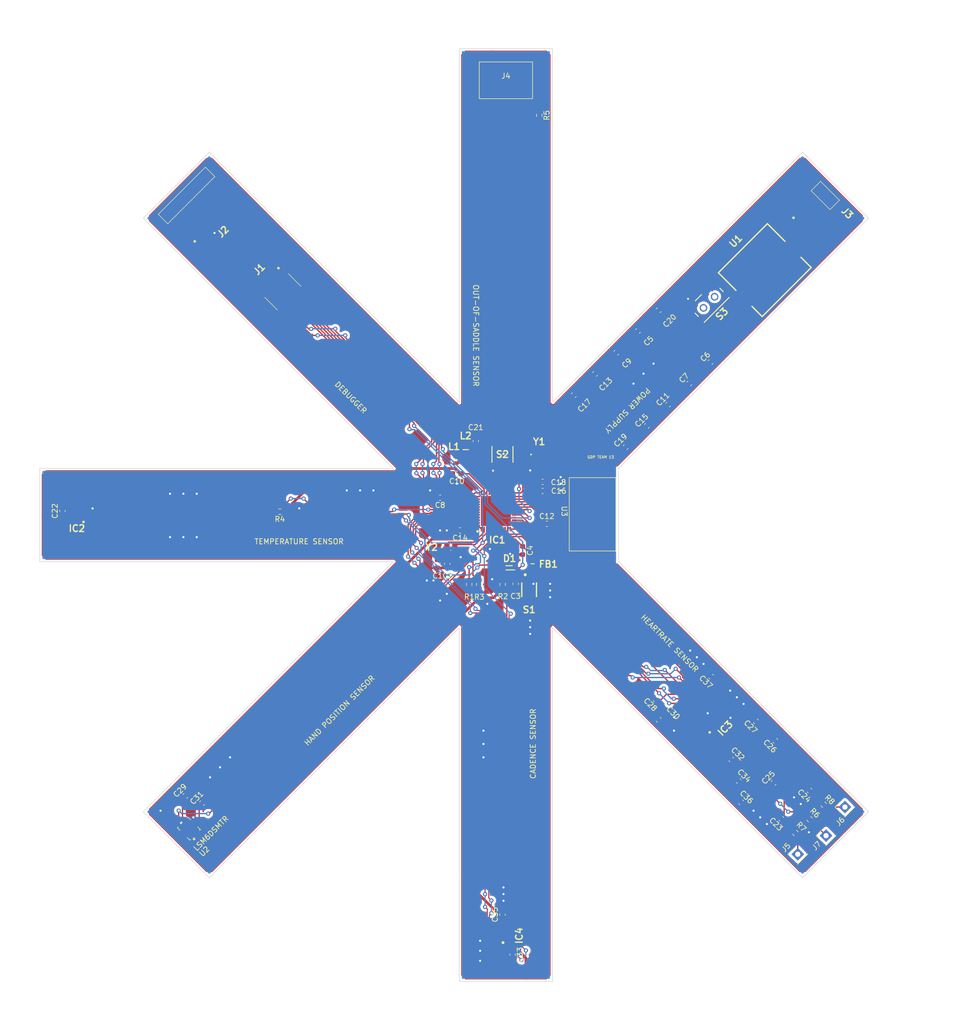
<source format=kicad_pcb>
(kicad_pcb (version 20211014) (generator pcbnew)
  (title_block (title "GDP 13 FPC") (date "2022-11-03") (rev "1.0") (company "University of Southampton"))
  (layers (0 "F.Cu" signal) (31 "B.Cu" signal) (34 "B.Paste" user) (35 "F.Paste" user) (36 "B.SilkS" user "B.Silkscreen") (37 "F.SilkS" user "F.Silkscreen") (38 "B.Mask" user) (39 "F.Mask" user) (44 "Edge.Cuts" user))
  (net 0 "")
  (net 1 "/PC14-OSC32_IN")
  (net 2 "GND")
  (net 3 "/PC15-OSC32_OUT")
  (net 4 "/PB11-NRST")
  (net 5 "VDD")
  (net 6 "/PH3-BOOT0")
  (net 7 "/I2C1_SCL")
  (net 8 "/I2C1_SDA")
  (net 10 "/SPI1_SCK")
  (net 11 "/SPI1_NSS")
  (net 12 "/SPI1_MOSI")
  (net 13 "/SPI1_MISO")
  (net 15 "/RCC_MCO")
  (net 16 "/USART1_TX")
  (net 17 "/COMP1_INP")
  (net 18 "/OSC_OUT")
  (net 19 "/OSC_IN")
  (net 22 "/MODE_B3")
  (net 23 "/MODE_B2")
  (net 24 "/MODE_B1")
  (net 25 "/USART1_RX")
  (net 26 "/HR_INT2")
  (net 27 "/HR_INT1")
  (net 28 "/SYS_JTMS-SWDIO")
  (net 29 "/SYS_JTCK-SWCLK")
  (net 30 "/TEMP_INT")
  (net 31 "/SYS_JTDO-SWO")
  (net 32 "/HANDPOS_INT2")
  (net 33 "/HANDPOS_INT1")
  (net 34 "/CADENCE_INT2")
  (net 35 "/CADENCE_INT1")
  (net 42 "/VDD_PS")
  (net 43 "Net-(J7-Pad1)")
  (net 44 "Net-(L1-Pad2)")
  (net 45 "/VDD_BAT")
  (net 46 "Net-(J5-Pad1)")
  (net 50 "/RF1")
  (net 51 "/ECGP")
  (net 52 "/ECGN")
  (net 53 "/NRST")
  (net 54 "/CAPP")
  (net 55 "/CAPN")
  (net 56 "/CPPL")
  (net 57 "/VBG")
  (net 58 "/VCM")
  (net 59 "/VREF")
  (net 62 "Net-(J6-Pad1)")
  (net 63 "/VDAA")
  (net 64 "/VLXSMPS")
  (net 65 "/VFBSMPS")
  (footprint "Capacitor_SMD:C_0603_1608Metric" (layer "F.Cu") (at 107.589114 197.846476 45)
    (fp_text reference "C29")
    (fp_text value "C")
  )
  (footprint "Capacitor_SMD:C_0603_1608Metric" (layer "F.Cu") (at 191.44584 131.44737 45)
    (fp_text reference "C19")
    (fp_text value "C")
  )
  (footprint "Capacitor_SMD:C_0603_1608Metric" (layer "F.Cu") (at 175.621442 139.805843)
    (fp_text reference "C16")
    (fp_text value "C")
  )
  (footprint "Capacitor_SMD:C_0603_1608Metric" (layer "F.Cu") (at 221.080685 202.21088 135)
    (fp_text reference "C23")
    (fp_text value "C")
  )
  (footprint "Gdp_Flexible:KMR2_1" (layer "F.Cu") (at 173.061442 158.603608 -90)
    (fp_text reference "S1")
    (fp_text value "KMR231GLFS" hide)
  )
  (footprint "Capacitor_SMD:C_0603_1608Metric" (layer "F.Cu") (at 197.73202 105.404627 45)
    (fp_text reference "C20")
    (fp_text value "C")
  )
  (footprint "Gdp_Flexible:BEADC1608X95N" (layer "F.Cu") (at 173.716442 153.660843 90)
    (fp_text reference "FB1")
    (fp_text value "HZ0603C601R-10" hide)
  )
  (footprint "Capacitor_SMD:C_0603_1608Metric" (layer "F.Cu") (at 199.528071 123.36514 45)
    (fp_text reference "C11")
    (fp_text value "C")
  )
  (footprint "Capacitor_SMD:C_0603_1608Metric" (layer "F.Cu") (at 219.629136 195.371177 45)
    (fp_text reference "C25")
    (fp_text value "C")
  )
  (footprint "Capacitor_SMD:C_0603_1608Metric" (layer "F.Cu") (at 189.649789 113.486858 45)
    (fp_text reference "C9")
    (fp_text value "C")
  )
  (footprint "Capacitor_SMD:C_0603_1608Metric" (layer "F.Cu") (at 219.949172 187.357536 135)
    (fp_text reference "C26")
    (fp_text value "C")
  )
  (footprint "Resistor_SMD:R_0603_1608Metric" (layer "F.Cu") (at 229.162915 199.516803 135)
    (fp_text reference "R8")
    (fp_text value "R")
  )
  (footprint "Capacitor_SMD:C_0603_1608Metric" (layer "F.Cu") (at 207.610302 115.282909 45)
    (fp_text reference "C6")
    (fp_text value "C")
  )
  (footprint "Capacitor_SMD:C_0603_1608Metric" (layer "F.Cu") (at 159.92 147.32 180)
    (fp_text reference "C14")
    (fp_text value "C")
  )
  (footprint "Gdp_Flexible:INDC2112X140N" (layer "F.Cu") (at 160.996442 131.940843 90)
    (fp_text reference "L2")
    (fp_text value "74479777310A" hide)
  )
  (footprint "Gdp_Flexible:SODFL1608X70N" (layer "F.Cu") (at 169.251442 154.430843 180)
    (fp_text reference "D1")
    (fp_text value "BAT54KFILM" hide)
  )
  (footprint "Capacitor_SMD:C_0603_1608Metric" (layer "F.Cu") (at 203.569186 119.324024 45)
    (fp_text reference "C7")
    (fp_text value "C")
  )
  (footprint "Gdp_Flexible:LQW18AS10NG0CD" (layer "F.Cu") (at 159.091442 133.845843 90)
    (fp_text reference "L1")
    (fp_text value "LQW18AN10NG00D" hide)
  )
  (footprint "Capacitor_SMD:C_0603_1608Metric" (layer "F.Cu") (at 168.001442 220.450843 90)
    (fp_text reference "C35")
    (fp_text value "C")
  )
  (footprint "Connector_PinHeader_2.54mm:PinHeader_1x01_P2.54mm_Vertical" (layer "F.Cu") (at 229.610816 205.407851 45)
    (fp_text reference "J7")
    (fp_text value "Conn_01x01")
  )
  (footprint "Capacitor_SMD:C_0603_1608Metric" (layer "F.Cu") (at 197.732019 183.352342 135)
    (fp_text reference "C30")
    (fp_text value "C")
  )
  (footprint "Capacitor_SMD:C_0603_1608Metric" (layer "F.Cu") (at 170.496051 157.485519 -90)
    (fp_text reference "C3")
    (fp_text value "C")
  )
  (footprint "Gdp_Flexible:CUS-12B" (layer "F.Cu") (at 207.323923 103.894955 45)
    (fp_text reference "S3")
    (fp_text value "CUS-12TB" hide)
  )
  (footprint "Gdp_Flexible:NX2012SA32768KHZEXS00AMU00530" (layer "F.Cu") (at 158.154384 150.495)
    (fp_text reference "Y2")
    (fp_text value "NX2012SA-32.768KHZ-EXS00A-MU00389" hide)
  )
  (footprint "Gdp_Flexible:Antenna_Flexible_BLE" (layer "F.Cu") (at 187.051442 144.250843 -90)
    (fp_text reference "U3")
    (fp_text value "Antenna_Flexible_BLE")
  )
  (footprint "Capacitor_SMD:C_0603_1608Metric" (layer "F.Cu") (at 207.736024 175.144388 135)
    (fp_text reference "C37")
    (fp_text value "C")
  )
  (footprint "Capacitor_SMD:C_0603_1608Metric" (layer "F.Cu") (at 181.567559 121.569089 45)
    (fp_text reference "C17")
    (fp_text value "C")
  )
  (footprint "Gdp_Flexible:QFN50P500X500X80-29N" (layer "F.Cu") (at 207.026937 182.139654 135)
    (fp_text reference "IC3")
    (fp_text value "MAX30003CTI+" hide)
  )
  (footprint "Capacitor_SMD:C_0603_1608Metric" (layer "F.Cu") (at 226.468838 196.822726 135)
    (fp_text reference "C24")
    (fp_text value "C")
  )
  (footprint "Resistor_SMD:R_0603_1608Metric" (layer "F.Cu") (at 226.467727 202.264761 -45)
    (fp_text reference "R6")
    (fp_text value "R")
  )
  (footprint "Capacitor_SMD:C_0603_1608Metric" (layer "F.Cu") (at 156.11 141.075843 180)
    (fp_text reference "C8")
    (fp_text value "C")
  )
  (footprint "Capacitor_SMD:C_0603_1608Metric" (layer "F.Cu") (at 162.901442 130.300843 90)
    (fp_text reference "C21")
    (fp_text value "C")
  )
  (footprint "Gdp_Flexible:S8201-46R" (layer "F.Cu") (at 218.644703 98.478517 45)
    (fp_text reference "U1")
    (fp_text value "S8201-46R" hide)
  )
  (footprint "Resistor_SMD:R_0603_1608Metric" (layer "F.Cu") (at 163.556442 157.585843 90)
    (fp_text reference "R3")
    (fp_text value "R")
  )
  (footprint "Gdp_Flexible:TSM-102-YY-ZZZ-SH" (layer "F.Cu") (at 225.722842 87.292087 -45)
    (fp_text reference "J3")
    (fp_text value "TSM-102-01-L-SH" hide)
  )
  (footprint "Gdp_Flexible:CVS03TB" (layer "F.Cu") (at 167.981442 132.840843)
    (fp_text reference "S2")
    (fp_text value "CVS-03TB" hide)
  )
  (footprint "Capacitor_SMD:C_0603_1608Metric" (layer "F.Cu") (at 211.552421 190.886565 -45)
    (fp_text reference "C32")
    (fp_text value "C")
  )
  (footprint "Capacitor_SMD:C_0603_1608Metric" (layer "F.Cu") (at 185.608674 117.527973 45)
    (fp_text reference "C13")
    (fp_text value "C")
  )
  (footprint "Capacitor_SMD:C_0603_1608Metric" (layer "F.Cu") (at 169.906442 228.070843 -90)
    (fp_text reference "C33")
    (fp_text value "C")
  )
  (footprint "Capacitor_SMD:C_0603_1608Metric" (layer "F.Cu") (at 197.159969 179.452931 135)
    (fp_text reference "C28")
    (fp_text value "C")
  )
  (footprint "Gdp_Flexible:NX2016SA32MHZEXS00ACS06654" (layer "F.Cu") (at 174.986442 133.455843 -90)
    (fp_text reference "Y1")
    (fp_text value "NX2016SA-32MHZ-EXS00A-CS06654" hide)
  )
  (footprint "Capacitor_SMD:C_0603_1608Metric" (layer "F.Cu") (at 176.43 146.05)
    (fp_text reference "C12")
    (fp_text value "C")
  )
  (footprint "Gdp_Flexible:SON65P200X200X80-7N" (layer "F.Cu") (at 86.849084 144.378483 180)
    (fp_text reference "IC2")
    (fp_text value "TMP117MAIDRVR" hide)
  )
  (footprint "Capacitor_SMD:C_0603_1608Metric" (layer "F.Cu") (at 193.789899 109.346748 45)
    (fp_text reference "C5")
    (fp_text value "C")
  )
  (footprint "Resistor_SMD:R_0603_1608Metric" (layer "F.Cu") (at 161.651442 157.585843 90)
    (fp_text reference "R1")
    (fp_text value "R")
  )
  (footprint "Capacitor_SMD:C_0603_1608Metric" (layer "F.Cu") (at 213.447467 199.06779 -45)
    (fp_text reference "C36")
    (fp_text value "C")
  )
  (footprint "Capacitor_SMD:C_0603_1608Metric" (layer "F.Cu") (at 159.285 136.525 180)
    (fp_text reference "C10")
    (fp_text value "C")
  )
  (footprint "Capacitor_SMD:C_0603_1608Metric" (layer "F.Cu") (at 155.575 153.67 -90)
    (fp_text reference "C1")
    (fp_text value "C")
  )
  (footprint "Capacitor_SMD:C_0603_1608Metric" (layer "F.Cu") (at 110.768125 199.229435 45)
    (fp_text reference "C31")
    (fp_text value "C")
  )
  (footprint "Capacitor_SMD:C_0603_1608Metric" (layer "F.Cu") (at 175.621442 138.072843)
    (fp_text reference "C18")
    (fp_text value "C")
  )
  (footprint "Gdp_Flexible:FTS-105-YY-XX-DV-TR" (layer "F.Cu") (at 126.162406 101.904447 -135)
    (fp_text reference "J1")
    (fp_text value "FTS-105-01-F-DV-TR" hide)
  )
  (footprint "Capacitor_SMD:C_0603_1608Metric" (layer "F.Cu") (at 84.182084 143.616483 90)
    (fp_text reference "C22")
    (fp_text value "C")
  )
  (footprint "Gdp_Flexible:LGA-12" (layer "F.Cu") (at 168.831425 224.400843 90)
    (fp_text reference "IC4")
    (fp_text value "LIS2DW12TR" hide)
  )
  (footprint "Resistor_SMD:R_0603_1608Metric" (layer "F.Cu") (at 125.584084 143.743483 180)
    (fp_text reference "R4")
    (fp_text value "R")
  )
  (footprint "Connector_PinHeader_2.54mm:PinHeader_1x01_P2.54mm_Vertical" (layer "F.Cu") (at 233.20403 199.965816 45)
    (fp_text reference "J6")
    (fp_text value "Conn_01x01")
  )
  (footprint "Gdp_Flexible:QFN50P700X700X60-49N-D" (layer "F.Cu") (at 166.731442 143.615843 90)
    (fp_text reference "IC1")
    (fp_text value "STM32WB15CCU6" hide)
  )
  (footprint "Resistor_SMD:R_0603_1608Metric" (layer "F.Cu") (at 168.001442 157.585843 90)
    (fp_text reference "R2")
    (fp_text value "R")
  )
  (footprint "Gdp_Flexible:FSR07CE" (layer "F.Cu") (at 168.636444 61.321125)
    (fp_text reference "J4")
    (fp_text value "FSR07CE")
  )
  (footprint "Resistor_SMD:R_0603_1608Metric" (layer "F.Cu") (at 223.774761 204.904957 135)
    (fp_text reference "R7")
    (fp_text value "R")
  )
  (footprint "Resistor_SMD:R_0603_1608Metric" (layer "F.Cu") (at 174.986444 68.306125 -90)
    (fp_text reference "R5")
    (fp_text value "R")
  )
  (footprint "Capacitor_SMD:C_0603_1608Metric" (layer "F.Cu") (at 157.48 153.67 -90)
    (fp_text reference "C2")
    (fp_text value "C")
  )
  (footprint "Capacitor_SMD:C_0603_1608Metric" (layer "F.Cu") (at 212.998454 195.026675 -45)
    (fp_text reference "C34")
    (fp_text value "C")
  )
  (footprint "Gdp_Flexible:TSM-105-YY-ZZZ-SH" (layer "F.Cu") (at 111.550044 87.292085 45)
    (fp_text reference "J2")
    (fp_text value "TSM-105-01-T-SH" hide)
  )
  (footprint "Gdp_Flexible:LSM6DSMTR" (layer "F.Cu") (at 108.259311 204.083017 135)
    (fp_text reference "U2")
    (fp_text value "LSM6DSMTR")
  )
  (footprint "Capacitor_SMD:C_0603_1608Metric" (layer "F.Cu") (at 195.486956 127.406255 45)
    (fp_text reference "C15")
    (fp_text value "C")
  )
  (footprint "Capacitor_SMD:C_0603_1608Metric" (layer "F.Cu") (at 171.816444 151.13 -90)
    (fp_text reference "C4")
    (fp_text value "C")
  )
  (footprint "Capacitor_SMD:C_0603_1608Metric" (layer "F.Cu") (at 216.258075 183.666439 135)
    (fp_text reference "C27")
    (fp_text value "C")
  )
  (footprint "Connector_PinHeader_2.54mm:PinHeader_1x01_P2.54mm_Vertical" (layer "F.Cu") (at 224.223774 208.946072 45)
    (fp_text reference "J5")
    (fp_text value "Conn_01x01")
  )
  (gr_line (start 147.174084 153.268483) (end 147.174084 153.268483) (layer "Edge.Cuts") (width 0.1))
  (gr_line (start 99.578726 87.893126) (end 147.174084 135.488483) (layer "Edge.Cuts") (width 0.1))
  (gr_line (start 190.098802 135.488485) (end 190.098801 153.268485) (layer "Edge.Cuts") (width 0.1))
  (gr_line (start 159.746444 122.916125) (end 159.746444 122.916125) (layer "Edge.Cuts") (width 0.1))
  (gr_line (start 159.746444 55.606125) (end 159.746444 55.606125) (layer "Edge.Cuts") (width 0.1))
  (gr_line (start 112.151085 75.320767) (end 99.578726 87.893126) (layer "Edge.Cuts") (width 0.1))
  (gr_line (start 225.1218 213.4362) (end 237.694158 200.863841) (layer "Edge.Cuts") (width 0.1))
  (gr_line (start 112.151084 213.4362) (end 159.746442 165.840843) (layer "Edge.Cuts") (width 0.1))
  (gr_line (start 79.864084 153.268483) (end 147.174084 153.268483) (layer "Edge.Cuts") (width 0.1))
  (gr_line (start 237.694158 200.863841) (end 190.098801 153.268484) (layer "Edge.Cuts") (width 0.1))
  (gr_line (start 225.121801 75.320769) (end 177.526444 122.916127) (layer "Edge.Cuts") (width 0.1))
  (gr_line (start 79.864084 135.488483) (end 79.864084 153.268483) (layer "Edge.Cuts") (width 0.1))
  (gr_line (start 147.174085 135.488484) (end 147.174085 135.488484) (layer "Edge.Cuts") (width 0.1))
  (gr_line (start 177.526442 165.840843) (end 225.1218 213.4362) (layer "Edge.Cuts") (width 0.1))
  (gr_line (start 177.526442 233.150843) (end 177.526442 233.150843) (layer "Edge.Cuts") (width 0.1))
  (gr_line (start 177.526444 55.606125) (end 159.746444 55.606125) (layer "Edge.Cuts") (width 0.1))
  (gr_line (start 159.746442 165.840843) (end 159.746442 233.150843) (layer "Edge.Cuts") (width 0.1))
  (gr_line (start 147.174083 153.268484) (end 99.578726 200.863842) (layer "Edge.Cuts") (width 0.1))
  (gr_line (start 236.795021 201.815749) (end 236.795021 201.815749) (layer "Edge.Cuts") (width 0.1))
  (gr_line (start 226.073708 76.219907) (end 226.073708 76.219907) (layer "Edge.Cuts") (width 0.1))
  (gr_line (start 237.69416 87.893128) (end 225.121801 75.320769) (layer "Edge.Cuts") (width 0.1))
  (gr_line (start 100.477864 86.941219) (end 100.477864 86.941219) (layer "Edge.Cuts") (width 0.1))
  (gr_line (start 159.746444 55.606125) (end 159.746444 122.916125) (layer "Edge.Cuts") (width 0.1))
  (gr_line (start 190.098802 135.488485) (end 237.69416 87.893128) (layer "Edge.Cuts") (width 0.1))
  (gr_line (start 99.578726 200.863842) (end 112.151084 213.4362) (layer "Edge.Cuts") (width 0.1))
  (gr_line (start 177.526442 233.150843) (end 177.526442 165.840843) (layer "Edge.Cuts") (width 0.1))
  (gr_line (start 159.746442 233.150843) (end 177.526442 233.150843) (layer "Edge.Cuts") (width 0.1))
  (gr_line (start 177.526442 165.840843) (end 177.526442 165.840843) (layer "Edge.Cuts") (width 0.1))
  (gr_line (start 147.174084 135.488483) (end 79.864084 135.488483) (layer "Edge.Cuts") (width 0.1))
  (gr_line (start 177.526444 122.916127) (end 177.526444 122.916127) (layer "Edge.Cuts") (width 0.1))
  (gr_line (start 177.526444 122.916125) (end 177.526444 55.606125) (layer "Edge.Cuts") (width 0.1))
  (gr_line (start 112.151084 213.4362) (end 112.151084 213.4362) (layer "Edge.Cuts") (width 0.1))
  (gr_line (start 79.82677 151.959597) (end 79.82677 151.959597) (layer "Edge.Cuts") (width 0.1))
  (gr_line (start 159.746442 122.916125) (end 112.151085 75.320767) (layer "Edge.Cuts") (width 0.1))
  (gr_text "GDP TEAM 13" (at 186.69 133.35) (layer "F.SilkS") (effects (font (size 0.5 0.5) (thickness 0.1))))
  (gr_text "POWER SUPPLY\n" (at 191.77 124.46 225) (layer "F.SilkS") (effects (font (size 1 1))))
  (gr_text "DEBUGGER\n" (at 139.091853 122.018099 315) (layer "F.SilkS") (effects (font (size 1 1))))
  (gr_text "HEARTRATE SENSOR\n" (at 199.83 168.8 315) (layer "F.SilkS") (effects (font (size 1 1))))
  (gr_text "OUT-OF-SADDLE SENSOR\n" (at 162.921444 110.216125 270) (layer "F.SilkS") (effects (font (size 1 1))))
  (gr_text "HAND POSITION SENSOR" (at 136.96 181.6 45) (layer "F.SilkS") (effects (font (size 1 1))))
  (gr_text "CADENCE SENSOR\n" (at 173.81 187.92 90) (layer "F.SilkS") (effects (font (size 1 1))))
  (gr_text "TEMPERATURE SENSOR\n" (at 129.25 149.43) (layer "F.SilkS") (effects (font (size 1 1))))
  (segment (start 162.585 149.545) (end 157.715 149.545) (width 0.25) (layer "F.Cu") (net 1))
  (segment (start 164.481442 147.065843) (end 164.481442 147.648558) (width 0.25) (layer "F.Cu") (net 1))
  (segment (start 157.715 149.545) (end 157.404384 149.855616) (width 0.25) (layer "F.Cu") (net 1))
  (segment (start 157.404384 149.855616) (end 157.404384 150.495) (width 0.25) (layer "F.Cu") (net 1))
  (segment (start 157.404384 150.495) (end 155.575 152.324384) (width 0.25) (layer "F.Cu") (net 1))
  (segment (start 155.575 152.324384) (end 155.575 152.895) (width 0.25) (layer "F.Cu") (net 1))
  (segment (start 164.481442 147.648558) (end 162.585 149.545) (width 0.25) (layer "F.Cu") (net 1))
  (segment (start 109.291899 204.762051) (end 108.938345 205.115605) (width 0.245) (layer "F.Cu") (net 2))
  (segment (start 208.335085 180.1244) (end 208.3448 180.1244) (width 0.254) (layer "F.Cu") (net 2))
  (segment (start 207.74992 191.434572) (end 212.100428 191.434572) (width 0.254) (layer "F.Cu") (net 2))
  (segment (start 170.181442 141.865843) (end 168.481442 141.865843) (width 0.254) (layer "F.Cu") (net 2))
  (segment (start 108.935517 203.406811) (end 108.581964 203.053258) (width 0.245) (layer "F.Cu") (net 2))
  (segment (start 85.069084 143.728483) (end 84.182084 142.841483) (width 0.25) (layer "F.Cu") (net 2))
  (segment (start 169.081425 223.600843) (end 169.581425 223.600843) (width 0.2) (layer "F.Cu") (net 2))
  (segment (start 208.3448 180.1244) (end 209.3484 179.1208) (width 0.254) (layer "F.Cu") (net 2))
  (segment (start 108.3834 204.0382) (end 108.581965 203.839635) (width 0.254) (layer "F.Cu") (net 2))
  (segment (start 203.76375 187.448402) (end 207.74992 191.434572) (width 0.254) (layer "F.Cu") (net 2))
  (segment (start 205.485446 107.218356) (end 204.000521 105.733432) (width 0.508) (layer "F.Cu") (net 2))
  (segment (start 207.627978 184.862015) (end 207.404815 185.085178) (width 0.508) (layer "F.Cu") (net 2))
  (segment (start 210.605924 195.574683) (end 213.546462 195.574683) (width 0.254) (layer "F.Cu") (net 2))
  (segment (start 85.799084 143.728483) (end 85.069084 143.728483) (width 0.25) (layer "F.Cu") (net 2))
  (segment (start 108.938346 205.115605) (end 108.584792 205.469159) (width 0.254) (layer "F.Cu") (net 2))
  (segment (start 169.581425 223.600843) (end 169.581425 224.150843) (width 0.2) (layer "F.Cu") (net 2))
  (segment (start 210.647325 102.056477) (end 209.162401 100.571553) (width 0.508) (layer "F.Cu") (net 2))
  (segment (start 168.481442 141.865843) (end 166.731442 143.615843) (width 0.254) (layer "F.Cu") (net 2))
  (segment (start 209.962813 181.538613) (end 211.4058 182.9816) (width 0.254) (layer "F.Cu") (net 2))
  (segment (start 205.71879 184.154908) (end 203.76375 186.109948) (width 0.245) (layer "F.Cu") (net 2))
  (segment (start 207.627978 184.862015) (end 208.688638 183.801355) (width 0.508) (layer "F.Cu") (net 2))
  (segment (start 174.336442 141.865843) (end 176.396442 139.805843) (width 0.254) (layer "F.Cu") (net 2))
  (segment (start 210.0342 179.1208) (end 211.355 177.8) (width 0.254) (layer "F.Cu") (net 2))
  (segment (start 170.181442 141.865843) (end 174.336442 141.865843) (width 0.254) (layer "F.Cu") (net 2))
  (segment (start 206.508769 184.92622) (end 206.499436 184.935554) (width 0.508) (layer "F.Cu") (net 2))
  (segment (start 108.3834 204.560659) (end 108.3834 204.0382) (width 0.254) (layer "F.Cu") (net 2))
  (segment (start 87.899084 144.378483) (end 88.668117 144.378483) (width 0.254) (layer "F.Cu") (net 2))
  (segment (start 202.855751 187.824509) (end 210.605924 195.574683) (width 0.254) (layer "F.Cu") (net 2))
  (segment (start 88.668117 144.378483) (end 89.9176 143.129) (width 0.254) (layer "F.Cu") (net 2))
  (segment (start 207.404815 185.085178) (end 206.667727 185.085178) (width 0.508) (layer "F.Cu") (net 2))
  (segment (start 209.749298 181.538613) (end 209.962813 181.538613) (width 0.254) (layer "F.Cu") (net 2))
  (segment (start 165.981442 140.165843) (end 165.981442 142.865843) (width 0.254) (layer "F.Cu") (net 2))
  (segment (start 205.011683 183.447801) (end 202.855751 185.603733) (width 0.245) (layer "F.Cu") (net 2))
  (segment (start 203.76375 186.109948) (end 203.76375 187.448402) (width 0.254) (layer "F.Cu") (net 2))
  (segment (start 202.855751 185.603733) (end 202.855751 187.824509) (width 0.254) (layer "F.Cu") (net 2))
  (segment (start 206.667727 185.085178) (end 206.508769 184.92622) (width 0.508) (layer "F.Cu") (net 2))
  (segment (start 108.581965 203.839635) (end 108.581965 203.053258) (width 0.254) (layer "F.Cu") (net 2))
  (segment (start 165.981442 142.865843) (end 166.731442 143.615843) (width 0.254) (layer "F.Cu") (net 2))
  (segment (start 209.3484 179.1208) (end 210.0342 179.1208) (width 0.254) (layer "F.Cu") (net 2))
  (segment (start 208.688638 183.801355) (end 208.909707 183.580286) (width 0.508) (layer "F.Cu") (net 2))
  (segment (start 108.938346 205.115605) (end 108.3834 204.560659) (width 0.254) (layer "F.Cu") (net 2))
  (via (at 205.005 171.45) (size 0.8) (drill 0.4) (layers "F.Cu" "B.Cu") (net 2))
  (via (at 173.255 135.89) (size 0.8) (drill 0.4) (layers "F.Cu" "B.Cu") (net 2))
  (via (at 157.38 147.32) (size 0.8) (drill 0.4) (layers "F.Cu" "B.Cu") (net 2))
  (via (at 89.9176 143.129) (size 0.8) (drill 0.4) (layers "F.Cu" "B.Cu") (net 2))
  (via (at 116.105 190.5) (size 0.8) (drill 0.4) (layers "F.Cu" "B.Cu") (net 2))
  (via (at 200.66 182.88) (size 0.8) (drill 0.4) (layers "F.Cu" "B.Cu") (net 2))
  (via (at 224.79 199.39) (size 0.8) (drill 0.4) (layers "F.Cu" "B.Cu") (net 2))
  (via (at 207.0624 182.118) (size 0.8) (drill 0.4) (layers "F.Cu" "B.Cu") (net 2))
  (via (at 215.8 200.66) (size 0.8) (drill 0.4) (layers "F.Cu" "B.Cu") (net 2))
  (via (at 154.84 156.845) (size 0.8) (drill 0.4) (layers "F.Cu" "B.Cu") (net 2))
  (via (at 173.255 167.005) (size 0.8) (drill 0.4) (layers "F.Cu" "B.Cu") (net 2))
  (via (at 140.87 139.7) (size 0.8) (drill 0.4) (layers "F.Cu" "B.Cu") (net 2))
  (via (at 157.38 159.385) (size 0.8) (drill 0.4) (layers "F.Cu" "B.Cu") (net 2))
  (via (at 114.2 192.405) (size 0.8) (drill 0.4) (layers "F.Cu" "B.Cu") (net 2))
  (via (at 156.11 147.32) (size 0.8) (drill 0.4) (layers "F.Cu" "B.Cu") (net 2))
  (via (at 109.755 148.59) (size 0.8) (drill 0.4) (layers "F.Cu" "B.Cu") (net 2))
  (via (at 177.065 160.02) (size 0.8) (drill 0.4) (layers "F.Cu" "B.Cu") (net 2))
  (via (at 104.675 140.335) (size 0.8) (drill 0.4) (layers "F.Cu" "B.Cu") (net 2))
  (via (at 109.755 140.335) (size 0.8) (drill 0.4) (layers "F.Cu" "B.Cu") (net 2))
  (via (at 168.175 217.805) (size 0.8) (drill 0.4) (layers "F.Cu" "B.Cu") (net 2))
  (via (at 200.66 185.42) (size 0.8) (drill 0.4) (layers "F.Cu" "B.Cu") (net 2))
  (via (at 164.365 185.42) (size 0.8) (drill 0.4) (layers "F.Cu" "B.Cu") (net 2))
  (via (at 163.73 225.425) (size 0.8) (drill 0.4) (layers "F.Cu" "B.Cu") (net 2))
  (via (at 203.735 170.18) (size 0.8) (drill 0.4) (layers "F.Cu" "B.Cu") (net 2))
  (via (at 179.07 139.7) (size 0.8) (drill 0.4) (layers "F.Cu" "B.Cu") (net 2))
  (via (at 168.175 215.265) (size 0.8) (drill 0.4) (layers "F.Cu" "B.Cu") (net 2))
  (via (at 179.07 137.16) (size 0.8) (drill 0.4) (layers "F.Cu" "B.Cu") (net 2))
  (via (at 163.73 229.235) (size 0.8) (drill 0.4) (layers "F.Cu" "B.Cu") (net 2))
  (via (at 211.355 177.8) (size 0.8) (drill 0.4) (layers "F.Cu" "B.Cu") (net 2))
  (via (at 129.29 143.12) (size 0.8) (drill 0.4) (layers "F.Cu" "B.Cu") (net 2))
  (via (at 159.285 138.43) (size 0.8) (drill 0.4) (layers "F.Cu" "B.Cu") (net 2))
  (via (at 156.11 160.655) (size 0.8) (drill 0.4) (layers "F.Cu" "B.Cu") (net 2))
  (via (at 113.14 90.69) (size 0.8) (drill 0.4) (layers "F.Cu" "B.Cu") (net 2))
  (via (at 166.02 156.6) (size 0.8) (drill 0.4) (layers "F.Cu" "B.Cu") (net 2))
  (via (at 206.275 172.72) (size 0.8) (drill 0.4) (layers "F.Cu" "B.Cu") (net 2))
  (via (at 102.87 200.66) (size 0.8) (drill 0.4) (layers "F.Cu" "B.Cu") (net 2))
  (via (at 153.57 156.845) (size 0.8) (drill 0.4) (layers "F.Cu" "B.Cu") (net 2))
  (via (at 173.89 157.48) (size 0.8) (drill 0.4) (layers "F.Cu" "B.Cu") (net 2))
  (via (at 154.205 139.7) (size 0.8) (drill 0.4) (layers "F.Cu" "B.Cu") (net 2))
  (via (at 173.255 164.465) (size 0.8) (drill 0.4) (layers "F.Cu" "B.Cu") (net 2))
  (via (at 164.365 187.96) (size 0.8) (drill 0.4) (layers "F.Cu" "B.Cu") (net 2))
  (via (at 138.33 139.7) (size 0.8) (drill 0.4) (layers "F.Cu" "B.Cu") (net 2))
  (via (at 173.255 165.735) (size 0.8) (drill 0.4) (layers "F.Cu" "B.Cu") (net 2))
  (via (at 165.58 150.85) (size 0.8) (drill 0.4) (layers "F.Cu" "B.Cu") (net 2))
  (via (at 212.625 179.07) (size 0.8) (drill 0.4) (layers "F.Cu" "B.Cu") (net 2))
  (via (at 169.445 151.765) (size 0.8) (drill 0.4) (layers "F.Cu" "B.Cu") (net 2))
  (via (at 168.175 216.535) (size 0.8) (drill 0.4) (layers "F.Cu" "B.Cu") (net 2))
  (via (at 160.02 152.4) (size 0.8) (drill 0.4) (layers "F.Cu" "B.Cu") (net 2))
  (via (at 179.07 138.43) (size 0.8) (drill 0.4) (layers "F.Cu" "B.Cu") (net 2))
  (via (at 177.065 158.75) (size 0.8) (drill 0.4) (layers "F.Cu" "B.Cu") (net 2))
  (via (at 107.215 148.59) (size 0.8) (drill 0.4) (layers "F.Cu" "B.Cu") (net 2))
  (via (at 217.07 201.93) (size 0.8) (drill 0.4) (layers "F.Cu" "B.Cu") (net 2))
  (via (at 163.73 227.33) (size 0.8) (drill 0.4) (layers "F.Cu" "B.Cu") (net 2))
  (via (at 211.4058 182.9816) (size 0.8) (drill 0.4) (layers "F.Cu" "B.Cu") (net 2))
  (via (at 177.065 157.48) (size 0.8) (drill 0.4) (layers "F.Cu" "B.Cu") (net 2))
  (via (at 192.94 119.38) (size 0.8) (drill 0.4) (layers "F.Cu" "B.Cu") (net 2))
  (via (at 194.845 117.475) (size 0.8) (drill 0.4) (layers "F.Cu" "B.Cu") (net 2))
  (via (at 107.215 140.335) (size 0.8) (drill 0.4) (layers "F.Cu" "B.Cu") (net 2))
  (via (at 226.34 204.77) (size 0.8) (drill 0.4) (layers "F.Cu" "B.Cu") (net 2))
  (via (at 164.365 190.5) (size 0.8) (drill 0.4) (layers "F.Cu" "B.Cu") (net 2))
  (via (at 143.41 139.7) (size 0.8) (drill 0.4) (layers "F.Cu" "B.Cu") (net 2))
  (via (at 109.12 201.93) (size 0.8) (drill 0.4) (layers "F.Cu" "B.Cu") (net 2))
  (via (at 196.75 115.57) (size 0.8) (drill 0.4) (layers "F.Cu" "B.Cu") (net 2))
  (via (at 218.34 203.2) (size 0.8) (drill 0.4) (layers "F.Cu" "B.Cu") (net 2))
  (via (at 168.175 132.715) (size 0.8) (drill 0.4) (layers "F.Cu" "B.Cu") (net 2))
  (via (at 165.1 161.29) (size 0.8) (drill 0.4) (layers "F.Cu" "B.Cu") (net 2))
  (via (at 104.675 148.59) (size 0.8) (drill 0.4) (layers "F.Cu" "B.Cu") (net 2))
  (via (at 213.895 180.34) (size 0.8) (drill 0.4) (layers "F.Cu" "B.Cu") (net 2))
  (via (at 112.295 194.31) (size 0.8) (drill 0.4) (layers "F.Cu" "B.Cu") (net 2))
  (via (at 223.52 198.12) (size 0.8) (drill 0.4) (layers "F.Cu" "B.Cu") (net 2))
  (segment (start 158.904384 150.62) (end 157.48 152.044384) (width 0.25) (layer "F.Cu") (net 3))
  (segment (start 157.48 152.044384) (end 157.48 152.895) (width 0.25) (layer "F.Cu") (net 3))
  (segment (start 162.771396 149.995) (end 159.404384 149.995) (width 0.25) (layer "F.Cu") (net 3))
  (segment (start 158.904384 150.495) (end 158.904384 150.62) (width 0.25) (layer "F.Cu") (net 3))
  (segment (start 159.404384 149.995) (end 158.904384 150.495) (width 0.25) (layer "F.Cu") (net 3))
  (segment (start 164.981442 147.065843) (end 164.981442 147.784954) (width 0.25) (layer "F.Cu") (net 3))
  (segment (start 164.981442 147.784954) (end 162.771396 149.995) (width 0.25) (layer "F.Cu") (net 3))
  (segment (start 168.700849 154.60525) (end 168.526442 154.430843) (width 0.254) (layer "F.Cu") (net 4))
  (segment (start 166.981442 153.764791) (end 168.131968 154.915317) (width 0.254) (layer "F.Cu") (net 4))
  (segment (start 168.700849 154.915317) (end 168.700849 154.60525) (width 0.254) (layer "F.Cu") (net 4))
  (segment (start 168.131968 154.915317) (end 168.700849 154.915317) (width 0.254) (layer "F.Cu") (net 4))
  (segment (start 166.981442 147.065843) (end 166.981442 153.764791) (width 0.254) (layer "F.Cu") (net 4))
  (segment (start 168.700849 154.915317) (end 170.496051 156.710519) (width 0.254) (layer "F.Cu") (net 4))
  (segment (start 162.313668 137.267668) (end 161.571 136.525) (width 0.254) (layer "F.Cu") (net 5))
  (segment (start 166.981442 129.845043) (end 160.381442 123.245043) (width 0.254) (layer "F.Cu") (net 5))
  (segment (start 181.7771 153.877443) (end 175.634828 147.735171) (width 0.508) (layer "F.Cu") (net 5))
  (segment (start 115.142147 83.699983) (end 123.825418 92.383254) (width 0.508) (layer "F.Cu") (net 5))
  (segment (start 147.453482 152.633483) (end 148.113242 153.293243) (width 0.508) (layer "F.Cu") (net 5))
  (segment (start 206.802078 116.091132) (end 206.802078 117.887183) (width 0.508) (layer "F.Cu") (net 5))
  (segment (start 159.949642 165.078843) (end 159.949642 163.732643) (width 0.508) (layer "F.Cu") (net 5))
  (segment (start 225.570814 76.667808) (end 236.347121 87.444115) (width 0.508) (layer "F.Cu") (net 5))
  (segment (start 172.446442 232.515843) (end 176.256442 232.515843) (width 0.508) (layer "F.Cu") (net 5))
  (segment (start 163.281442 146.365843) (end 161.649157 146.365843) (width 0.245) (layer "F.Cu") (net 5))
  (segment (start 80.499084 144.378483) (end 80.499084 151.998483) (width 0.508) (layer "F.Cu") (net 5))
  (segment (start 176.891442 231.880843) (end 176.891442 165.713843) (width 0.508) (layer "F.Cu") (net 5))
  (segment (start 202.545437 122.143825) (end 198.378598 126.310664) (width 0.508) (layer "F.Cu") (net 5))
  (segment (start 100.925765 87.444113) (end 100.925765 88.342139) (width 0.508) (layer "F.Cu") (net 5))
  (segment (start 202.545437 120.347774) (end 202.545437 122.143825) (width 0.508) (layer "F.Cu") (net 5))
  (segment (start 168.581425 225.200843) (end 168.581425 226.63734) (width 0.2) (layer "F.Cu") (net 5))
  (segment (start 178.059417 134.859868) (end 174.846442 138.072843) (width 0.508) (layer "F.Cu") (net 5))
  (segment (start 166.286442 160.125843) (end 168.001442 158.410843) (width 0.508) (layer "F.Cu") (net 5))
  (segment (start 171.176442 227.435843) (end 170.046442 227.435843) (width 0.508) (layer "F.Cu") (net 5))
  (segment (start 176.256442 232.515843) (end 176.891442 231.880843) (width 0.508) (layer "F.Cu") (net 5))
  (segment (start 204.539565 180.357603) (end 202.684481 178.50252) (width 0.254) (layer "F.Cu") (net 5))
  (segment (start 107.93383 202.696875) (end 107.041106 201.804151) (width 0.245) (layer "F.Cu") (net 5))
  (segment (start 159.12685 165.571435) (end 159.619442 165.078843) (width 0.508) (layer "F.Cu") (net 5))
  (segment (start 224.672787 212.089162) (end 196.438862 183.855236) (width 0.508) (layer "F.Cu") (net 5))
  (segment (start 208.436484 172.504193) (end 208.284032 172.656645) (width 0.508) (layer "F.Cu") (net 5))
  (segment (start 177.450242 165.155043) (end 177.450242 164.215243) (width 0.508) (layer "F.Cu") (net 5))
  (segment (start 123.825418 92.383254) (end 123.825418 95.975357) (width 0.508) (layer "F.Cu") (net 5))
  (segment (start 208.284032 172.656645) (end 208.284032 175.692396) (width 0.508) (layer "F.Cu") (net 5))
  (segment (start 198.280026 183.90035) (end 198.280026 180.572988) (width 0.254) (layer "F.Cu") (net 5))
  (segment (start 189.809734 153.877443) (end 181.7771 153.877443) (width 0.508) (layer "F.Cu") (net 5))
  (segment (start 134.029084 136.123483) (end 126.409084 143.743483) (width 0.508) (layer "F.Cu") (net 5))
  (segment (start 203.144921 183.90035) (end 198.280026 183.90035) (width 0.254) (layer "F.Cu") (net 5))
  (segment (start 177.348642 123.499043) (end 177.841553 123.499043) (width 0.508) (layer "F.Cu") (net 5))
  (segment (start 160.381442 122.662127) (end 160.381444 122.662125) (width 0.508) (layer "F.Cu") (net 5))
  (segment (start 189.101782 114.034866) (end 188.518277 114.61837) (width 0.508) (layer "F.Cu") (net 5))
  (segment (start 108.82839 79.541488) (end 100.925765 87.444113) (width 0.508) (layer "F.Cu") (net 5))
  (segment (start 168.981442 129.890843) (end 166.981442 129.890843) (width 0.254) (layer "F.Cu") (net 5))
  (segment (start 134.777602 136.123483) (end 81.134084 136.123483) (width 0.508) (layer "F.Cu") (net 5))
  (segment (start 100.925765 88.342139) (end 148.113242 135.529615) (width 0.508) (layer "F.Cu") (net 5))
  (segment (start 159.117824 165.571435) (end 159.12685 165.571435) (width 0.508) (layer "F.Cu") (net 5))
  (segment (start 163.556442 160.125843) (end 163.556442 158.410843) (width 0.508) (layer "F.Cu") (net 5))
  (segment (start 160.381442 123.245043) (end 160.381442 122.662127) (width 0.508) (layer "F.Cu") (net 5))
  (segment (start 106.268804 198.403252) (end 108.82839 198.403252) (width 0.508) (layer "F.Cu") (net 5))
  (segment (start 204.304576 182.740695) (end 203.144921 183.90035) (width 0.245) (layer "F.Cu") (net 5))
  (segment (start 172.446442 228.705843) (end 171.176442 227.435843) (width 0.508) (layer "F.Cu") (net 5))
  (segment (start 80.499084 144.378483) (end 84.169084 144.378483) (width 0.508) (layer "F.Cu") (net 5))
  (segment (start 176.256444 56.241125) (end 176.891444 56.876125) (width 0.508) (layer "F.Cu") (net 5))
  (segment (start 188.518277 114.61837) (end 186.722226 114.61837) (width 0.508) (layer "F.Cu") (net 5))
  (segment (start 160.381442 231.880843) (end 160.381442 213.465843) (width 0.508) (layer "F.Cu") (net 5))
  (segment (start 236.347121 88.342141) (end 206.802078 117.887183) (width 0.508) (layer "F.Cu") (net 5))
  (segment (start 112.600097 212.089162) (end 111.702072 212.089162) (width 0.508) (layer "F.Cu") (net 5))
  (segment (start 190.565775 134.123487) (end 189.829394 134.859868) (width 0.508) (layer "F.Cu") (net 5))
  (segment (start 156.880271 141.071114) (end 156.885 141.075843) (width 0.508) (layer "F.Cu") (net 5))
  (segment (start 159.39 148.966) (end 160.695 147.661) (width 0.508) (layer "F.Cu") (net 5))
  (segment (start 123.825418 95.975357) (end 126.519495 98.669433) (width 0.508) (layer "F.Cu") (net 5))
  (segment (start 84.195084 144.378483) (end 84.182084 144.391483) (width 0.254) (layer "F.Cu") (net 5))
  (segment (start 161.016444 56.241125) (end 165.908875 56.241125) (width 0.508) (layer "F.Cu") (net 5))
  (segment (start 159.064615 135.529615) (end 160.06 136.525) (width 0.508) (layer "F.Cu") (net 5))
  (segment (start 225.570813 212.089162) (end 224.672787 212.089162) (width 0.508) (layer "F.Cu") (net 5))
  (segment (start 173.462442 139.805843) (end 174.846442 139.805843) (width 0.254) (layer "F.Cu") (net 5))
  (segment (start 160.381442 166.094843) (end 160.381442 213.465843) (width 0.508) (layer "F.Cu") (net 5))
  (segment (start 158.5484 142.367) (end 157.257243 141.075843) (width 0.254) (layer "F.Cu") (net 5))
  (segment (start 80.499084 136.758483) (end 80.499084 144.378483) (width 0.508) (layer "F.Cu") (net 5))
  (segment (start 159.949642 165.078843) (end 160.406842 165.536043) (width 0.508) (layer "F.Cu") (net 5))
  (segment (start 174.910242 161.675243) (end 174.910242 155.325243) (width 0.508) (layer "F.Cu") (net 5))
  (segment (start 81.134084 152.633483) (end 147.453482 152.633483) (width 0.508) (layer "F.Cu") (net 5))
  (segment (start 167.861442 221.085843) (end 168.001442 221.225843) (width 0.508) (layer "F.Cu") (net 5))
  (segment (start 202.684481 178.50252) (end 199.206396 178.50252) (width 0.254) (layer "F.Cu") (net 5))
  (segment (start 100.925764 200.414829) (end 104.194577 197.146016) (width 0.508) (layer "F.Cu") (net 5))
  (segment (start 190.763341 110.577255) (end 195.073864 106.266732) (width 0.508) (layer "F.Cu") (net 5))
  (segment (start 80.499084 151.998483) (end 81.134084 152.633483) (width 0.508) (layer "F.Cu") (net 5))
  (segment (start 160.381444 122.662125) (end 160.381444 56.876125) (width 0.508) (layer "F.Cu") (net 5))
  (segment (start 196.869915 106.266732) (end 195.073864 106.266732) (width 0.508) (layer "F.Cu") (net 5))
  (segment (start 159.619442 165.078843) (end 159.949642 165.078843) (width 0.508) (layer "F.Cu") (net 5))
  (segment (start 177.450242 164.215243) (end 174.910242 161.675243) (width 0.508) (layer "F.Cu") (net 5))
  (segment (start 198.378598 124.514613) (end 198.378598 126.310664) (width 0.508) (layer "F.Cu") (net 5))
  (segment (start 104.194577 197.146016) (end 105.443045 198.394483) (width 0.508) (layer "F.Cu") (net 5))
  (segment (start 204.495496 104.248508) (end 203.35267 103.105682) (width 0.508) (layer "F.Cu") (net 5))
  (segment (start 206.802078 117.887183) (end 202.545437 122.143825) (width 0.508) (layer "F.Cu") (net 5))
  (segment (start 164.481442 140.165843) (end 164.481442 139.436843) (width 0.254) (layer "F.Cu") (net 5))
  (segment (start 106.260036 198.394483) (end 106.268804 198.403252) (width 0.508) (layer "F.Cu") (net 5))
  (segment (start 148.113242 135.529615) (end 153.930385 135.529615) (width 0.508) (layer "F.Cu") (net 5))
  (segment (start 177.738667 165.155043) (end 196.438862 183.855236) (width 0.508) (layer "F.Cu") (net 5))
  (segment (start 159.004689 123.072396) (end 159.117826 123.185533) (width 0.508) (layer "F.Cu") (net 5))
  (segment (start 175.71 145.02) (end 175.71 145.995) (width 0.254) (layer "F.Cu") (net 5))
  (segment (start 192.559392 110.577255) (end 190.763341 110.577255) (width 0.508) (layer "F.Cu") (net 5))
  (segment (start 160.381442 213.465843) (end 167.072442 220.156843) (width 0.508) (layer "F.Cu") (net 5))
  (segment (start 147.775496 153.565097) (end 149.937188 153.565097) (width 0.508) (layer "F.Cu") (net 5))
  (segment (start 112.600097 212.089162) (end 159.117824 165.571435) (width 0.508) (layer "F.Cu") (net 5))
  (segment (start 169.239928 227.295843) (end 169.906442 227.295843) (width 0.2) (layer "F.Cu") (net 5))
  (segment (start 163.281442 146.365843) (end 163.981442 147.065843) (width 0.245) (layer "F.Cu") (net 5))
  (segment (start 160.406842 166.069443) (end 160.381442 166.094843) (width 0.508) (layer "F.Cu") (net 5))
  (segment (start 165.908875 56.241125) (end 176.256444 56.241125) (width 0.508) (layer "F.Cu") (net 5))
  (segment (start 159.004689 123.072396) (end 159.014995 123.072396) (width 0.508) (layer "F.Cu") (net 5))
  (segment (start 160.406842 165.536043) (end 160.406842 166.069443) (width 0.508) (layer "F.Cu") (net 5))
  (segment (start 184.566964 118.569683) (end 182.770913 118.569683) (width 0.508) (layer "F.Cu") (net 5))
  (segment (start 161.571 136.525) (end 160.06 136.525) (width 0.254) (layer "F.Cu") (net 5))
  (segment (start 160.695 147.661) (end 160.695 147.32) (width 0.508) (layer "F.Cu") (net 5))
  (segment (start 154.536285 148.966) (end 159.39 148.966) (width 0.508) (layer "F.Cu") (net 5))
  (segment (start 194.499128 130.190134) (end 190.565775 134.123487) (width 0.508) (layer "F.Cu") (net 5))
  (segment (start 198.280026 180.572988) (end 197.707977 180.000939) (width 0.254) (layer "F.Cu") (net 5))
  (segment (start 208.436484 172.504193) (end 236.34712 200.414829) (width 0.508) (layer "F.Cu") (net 5))
  (segment (start 110.983652 79.541488) (end 108.82839 79.541488) (width 0.508) (layer "F.Cu") (net 5))
  (segment (start 198.234914 103.105682) (end 224.672788 76.667808) (width 0.508) (layer "F.Cu") (net 5))
  (segment (start 208.436484 172.504193) (end 189.809734 153.877443) (width 0.508) (layer "F.Cu") (net 5))
  (segment (start 173.995842 154.410843) (end 173.716442 154.410843) (width 0.508) (layer "F.Cu") (net 5))
  (segment (start 108.82839 198.403252) (end 110.202581 199.777443) (width 0.508) (layer "F.Cu") (net 5))
  (segment (start 168.081425 221.305826) (end 168.001442 221.225843) (width 0.2) (layer "F.Cu") (net 5))
  (segment (start 134.777602 136.123483) (end 134.029084 136.123483) (width 0.508) (layer "F.Cu") (net 5))
  (segment (start 149.937188 153.565097) (end 154.536285 148.966) (width 0.508) (layer "F.Cu") (net 5))
  (segment (start 203.021178 119.872032) (end 202.545437 120.347774) (width 0.508) (layer "F.Cu") (net 5))
  (segment (start 175.634828 146.070172) (end 175.655 146.05) (width 0.508) (layer "F.Cu") (net 5))
  (segment (start 168.581425 223.600843) (end 168.081425 223.600843) (width 0.2) (layer "F.Cu") (net 5))
  (segment (start 207.981531 179.770846) (end 208.020422 179.770846) (width 0.245) (layer "F.Cu") (net 5))
  (segment (start 165.908875 56.241125) (end 165.908875 61.133556) (width 0.508) (layer "F.Cu") (net 5))
  (segment (start 153.930385 137.376844) (end 156.880271 140.32673) (width 0.508) (layer "F.Cu") (net 5))
  (segment (start 168.581425 226.63734) (end 169.239928 227.295843) (width 0.2) (layer "F.Cu") (net 5))
  (segment (start 161.016442 232.515843) (end 160.381442 231.880843) (width 0.508) (layer "F.Cu") (net 5))
  (segment (start 160.025842 123.600643) (end 160.381442 123.245043) (width 0.508) (layer "F.Cu") (net 5))
  (segment (start 175.71 145.995) (end 175.655 146.05) (width 0.254) (layer "F.Cu") (net 5))
  (segment (start 207.062294 115.830917) (end 206.802078 116.091132) (width 0.508) (layer "F.Cu") (net 5))
  (segment (start 196.438862 183.855236) (end 196.483975 183.90035) (width 0.508) (layer "F.Cu") (net 5))
  (segment (start 163.556442 160.125843) (end 166.286442 160.125843) (width 0.508) (layer "F.Cu") (net 5))
  (segment (start 198.980063 123.913147) (end 198.378598 124.514613) (width 0.508) (layer "F.Cu") (net 5))
  (segment (start 178.657956 122.68264) (end 182.770913 118.569683) (width 0.508) (layer "F.Cu") (net 5))
  (segment (start 196.483975 183.90035) (end 198.280026 183.90035) (width 0.508) (layer "F.Cu") (net 5))
  (segment (start 100.925764 201.312855) (end 100.925764 200.414829) (width 0.508) (layer "F.Cu") (net 5))
  (segment (start 111.702072 212.089162) (end 100.925764 201.312855) (width 0.508) (layer "F.Cu") (net 5))
  (segment (start 162.313668 137.269069) (end 162.313668 137.267668) (width 0.254) (layer "F.Cu") (net 5))
  (segment (start 85.799084 144.378483) (end 84.195084 144.378483) (width 0.254) (layer "F.Cu") (net 5))
  (segment (start 167.072442 220.156843) (end 167.072442 221.085843) (width 0.508) (layer "F.Cu") (net 5))
  (segment (start 170.181442 142.865843) (end 173.555843 142.865843) (width 0.254) (layer "F.Cu") (net 5))
  (segment (start 84.169084 144.378483) (end 84.182084 144.391483) (width 0.508) (layer "F.Cu") (net 5))
  (segment (start 164.481442 139.436843) (end 162.313668 137.269069) (width 0.254) (layer "F.Cu") (net 5))
  (segment (start 153.930385 135.529615) (end 159.064615 135.529615) (width 0.508) (layer "F.Cu") (net 5))
  (segment (start 176.891442 165.713843) (end 177.450242 165.155043) (width 0.508) (layer "F.Cu") (net 5))
  (segment (start 224.672788 76.667808) (end 225.570814 76.667808) (width 0.508) (layer "F.Cu") (net 5))
  (segment (start 171.902442 141.365843) (end 173.462442 139.805843) (width 0.254) (layer "F.Cu") (net 5))
  (segment (start 194.938948 127.954263) (end 194.499128 128.394083) (width 0.508) (layer "F.Cu") (net 5))
  (segment (start 163.281442 142.365843) (end 162.0234 142.365843) (width 0.254) (layer "F.Cu") (net 5))
  (segment (start 170.046442 227.435843) (end 169.906442 227.295843) (width 0.508) (layer "F.Cu") (net 5))
  (segment (start 208.020422 179.770846) (end 209.370431 178.420838) (width 0.245) (layer "F.Cu") (net 5))
  (segment (start 159.543242 123.600643) (end 160.025842 123.600643) (width 0.508) (layer "F.Cu") (net 5))
  (segment (start 189.829394 134.859868) (end 178.059417 134.859868) (width 0.508) (layer "F.Cu") (net 5))
  (segment (start 209.370431 178.420838) (end 209.370431 176.778794) (width 0.245) (layer "F.Cu") (net 5))
  (segment (start 204.54174 180.357603) (end 204.539565 180.357603) (width 0.254) (layer "F.Cu") (net 5))
  (segment (start 162.0234 142.365843) (end 162.022243 142.367) (width 0.254) (layer "F.Cu") (net 5))
  (segment (start 193.241892 109.894756) (end 192.559392 110.577255) (width 0.508) (layer "F.Cu") (net 5))
  (segment (start 177.841553 123.499043) (end 178.657956 122.68264) (width 0.508) (layer "F.Cu") (net 5))
  (segment (start 159.534217 123.601925) (end 112.600098 76.667806) (width 0.508) (layer "F.Cu") (net 5))
  (segment (start 236.347121 87.444115) (end 236.347121 88.342141) (width 0.508) (layer "F.Cu") (net 5))
  (segment (start 175.634828 147.735171) (end 175.634828 146.070172) (width 0.508) (layer "F.Cu") (net 5))
  (segment (start 109.28907 203.760363) (end 110.220117 202.829316) (width 0.245) (layer "F.Cu") (net 5))
  (segment (start 195.073864 106.266732) (end 198.234914 103.105682) (width 0.508) (layer "F.Cu") (net 5))
  (segment (start 164.981442 140.165843) (end 164.481442 140.165843) (width 0.254) (layer "F.Cu") (net 5))
  (segment (start 186.722226 114.61837) (end 190.763341 110.577255) (width 0.508) (layer "F.Cu") (net 5))
  (segment (start 148.04735 153.293243) (end 147.775496 153.565097) (width 0.508) (layer "F.Cu") (net 5))
  (segment (start 115.142147 83.699983) (end 110.983652 79.541488) (width 0.508) (layer "F.Cu") (net 5))
  (segment (start 190.565775 132.327435) (end 190.565775 134.123487) (width 0.508) (layer "F.Cu") (net 5))
  (segment (start 190.897833 131.995378) (end 190.565775 132.327435) (width 0.508) (layer "F.Cu") (net 5))
  (segment (start 147.553802 136.123483) (end 134.777602 136.123483) (width 0.508) (layer "F.Cu") (net 5))
  (segment (start 174.910242 155.325243) (end 173.995842 154.410843) (width 0.508) (layer "F.Cu") (net 5))
  (segment (start 107.041106 201.804151) (end 107.041106 198.394483) (width 0.245) (layer "F.Cu") (net 5))
  (segment (start 110.202581 199.777443) (end 110.220117 199.777443) (width 0.508) (layer "F.Cu") (net 5))
  (segment (start 203.35267 103.105682) (end 198.234914 103.105682) (width 0.508) (layer "F.Cu") (net 5))
  (segment (start 153.930385 135.529615) (end 153.930385 137.376844) (width 0.508) (layer "F.Cu") (net 5))
  (segment (start 167.072442 221.085843) (end 167.861442 221.085843) (width 0.508) (layer "F.Cu") (net 5))
  (segment (start 81.134084 136.123483) (end 80.499084 136.758483) (width 0.508) (layer "F.Cu") (net 5))
  (segment (start 236.34712 200.414829) (end 236.34712 201.312854) (width 0.508) (layer "F.Cu") (net 5))
  (segment (start 148.113242 135.564043) (end 147.553802 136.123483) (width 0.508) (layer "F.Cu") (net 5))
  (segment (start 180.454007 122.68264) (end 178.657956 122.68264) (width 0.508) (layer "F.Cu") (net 5))
  (segment (start 197.184012 105.952635) (end 196.869915 106.266732) (width 0.508) (layer "F.Cu") (net 5))
  (segment (start 181.019551 122.117096) (end 180.454007 122.68264) (width 0.508) (layer "F.Cu") (net 5))
  (segment (start 148.113242 135.529615) (end 148.113242 135.564043) (width 0.508) (layer "F.Cu") (net 5))
  (segment (start 236.34712 201.312854) (end 225.570813 212.089162) (width 0.508) (layer "F.Cu") (net 5))
  (segment (start 174.846442 139.805843) (end 174.846442 138.072843) (width 0.254) (layer "F.Cu") (net 5))
  (segment (start 182.770913 118.569683) (end 186.722226 114.61837) (width 0.508) (layer "F.Cu") (net 5))
  (segment (start 147.775496 153.565097) (end 104.194577 197.146016) (width 0.508) (layer "F.Cu") (net 5))
  (segment (start 159.949642 163.732643) (end 163.556442 160.125843) (width 0.508) (layer "F.Cu") (net 5))
  (segment (start 110.220117 202.829316) (end 110.220117 199.777443) (width 0.245) (layer "F.Cu") (net 5))
  (segment (start 157.257243 141.075843) (end 156.885 141.075843) (width 0.254) (layer "F.Cu") (net 5))
  (segment (start 172.446442 232.515843) (end 172.446442 228.705843) (width 0.508) (layer "F.Cu") (net 5))
  (segment (start 162.022243 142.367) (end 158.5484 142.367) (width 0.254) (layer "F.Cu") (net 5))
  (segment (start 111.702072 76.667806) (end 108.82839 79.541488) (width 0.508) (layer "F.Cu") (net 5))
  (segment (start 199.206396 178.50252) (end 197.707977 180.000939) (width 0.254) (layer "F.Cu") (net 5))
  (segment (start 168.081425 223.600843) (end 168.081425 221.305826) (width 0.2) (layer "F.Cu") (net 5))
  (segment (start 160.381444 56.876125) (end 161.016444 56.241125) (width 0.508) (layer "F.Cu") (net 5))
  (segment (start 205.022997 180.83886) (end 204.54174 180.357603) (width 0.254) (layer "F.Cu") (net 5))
  (segment (start 176.891444 56.876125) (end 176.891444 123.041845) (width 0.508) (layer "F.Cu") (net 5))
  (segment (start 198.378598 126.310664) (end 194.499128 130.190134) (width 0.508) (layer "F.Cu") (net 5))
  (segment (start 173.555843 142.865843) (end 175.71 145.02) (width 0.254) (layer "F.Cu") (net 5))
  (segment (start 176.891444 123.041845) (end 177.348642 123.499043) (width 0.508) (layer "F.Cu") (net 5))
  (segment (start 156.880271 140.32673) (end 156.880271 141.071114) (width 0.508) (layer "F.Cu") (net 5))
  (segment (start 185.060666 118.075981) (end 184.566964 118.569683) (width 0.508) (layer "F.Cu") (net 5))
  (segment (start 166.981442 129.890843) (end 166.981442 129.845043) (width 0.254) (layer "F.Cu") (net 5))
  (segment (start 209.370431 176.778794) (end 208.284032 175.692396) (width 0.245) (layer "F.Cu") (net 5))
  (segment (start 105.443045 198.394483) (end 106.260036 198.394483) (width 0.508) (layer "F.Cu") (net 5))
  (segment (start 112.600098 76.667806) (end 111.702072 76.667806) (width 0.508) (layer "F.Cu") (net 5))
  (segment (start 159.014995 123.072396) (end 159.543242 123.600643) (width 0.508) (layer "F.Cu") (net 5))
  (segment (start 161.649157 146.365843) (end 160.695 147.32) (width 0.245) (layer "F.Cu") (net 5))
  (segment (start 165.908875 61.133556) (end 166.096444 61.321125) (width 0.508) (layer "F.Cu") (net 5))
  (segment (start 148.113242 153.293243) (end 148.04735 153.293243) (width 0.508) (layer "F.Cu") (net 5))
  (segment (start 172.446442 232.515843) (end 161.016442 232.515843) (width 0.508) (layer "F.Cu") (net 5))
  (segment (start 106.260036 198.394483) (end 107.041106 198.394483) (width 0.508) (layer "F.Cu") (net 5))
  (segment (start 177.450242 165.155043) (end 177.738667 165.155043) (width 0.508) (layer "F.Cu") (net 5))
  (segment (start 194.499128 128.394083) (end 194.499128 130.190134) (width 0.508) (layer "F.Cu") (net 5))
  (segment (start 170.181442 141.365843) (end 171.902442 141.365843) (width 0.254) (layer "F.Cu") (net 5))
  (segment (start 161.631079 154.31428) (end 161.631079 156.74048) (width 0.254) (layer "F.Cu") (net 6))
  (segment (start 165.481442 148.409061) (end 164.197751 149.692751) (width 0.254) (layer "F.Cu") (net 6))
  (segment (start 161.631079 156.74048) (end 161.651442 156.760843) (width 0.254) (layer "F.Cu") (net 6))
  (segment (start 114.021382 94.361315) (end 126.537455 106.877387) (width 0.254) (layer "F.Cu") (net 6))
  (segment (start 114.021382 86.171321) (end 114.021382 94.361315) (width 0.254) (layer "F.Cu") (net 6))
  (segment (start 150.268 126.652092) (end 150.268 128.0414) (width 0.254) (layer "F.Cu") (net 6))
  (segment (start 126.537455 106.877387) (end 130.493295 106.877387) (width 0.254) (layer "F.Cu") (net 6))
  (segment (start 162.418886 151.151114) (end 162.739388 151.151114) (width 0.254) (layer "F.Cu") (net 6))
  (segment (start 113.346096 85.496034) (end 114.021382 86.171321) (width 0.254) (layer "F.Cu") (net 6))
  (segment (start 162.739388 151.151114) (end 164.197751 149.692751) (width 0.254) (layer "F.Cu") (net 6))
  (segment (start 130.493295 106.877387) (end 150.268 126.652092) (width 0.254) (layer "F.Cu") (net 6))
  (segment (start 165.481442 147.065843) (end 165.481442 148.409061) (width 0.254) (layer "F.Cu") (net 6))
  (via (at 161.631079 154.31428) (size 0.8) (drill 0.4) (layers "F.Cu" "B.Cu") (net 6))
  (via (at 162.418886 151.151114) (size 0.8) (drill 0.4) (layers "F.Cu" "B.Cu") (net 6))
  (via (at 150.268 128.0414) (size 0.8) (drill 0.4) (layers "F.Cu" "B.Cu") (net 6))
  (via (at 164.197751 149.692751) (size 0.8) (drill 0.4) (layers "F.Cu" "B.Cu") (net 6))
  (segment (start 163.794642 153.395358) (end 163.794642 152.141495) (width 0.254) (layer "B.Cu") (net 6))
  (segment (start 162.37 154.19) (end 162.37 154.188151) (width 0.254) (layer "B.Cu") (net 6))
  (segment (start 162.899708 153.658443) (end 163.531557 153.658443) (width 0.254) (layer "B.Cu") (net 6))
  (segment (start 164.197751 141.089203) (end 151.241948 128.1334) (width 0.254) (layer "B.Cu") (net 6))
  (segment (start 161.631079 154.31428) (end 162.24572 154.31428) (width 0.254) (layer "B.Cu") (net 6))
  (segment (start 150.36 128.1334) (end 150.268 128.0414) (width 0.254) (layer "B.Cu") (net 6))
  (segment (start 162.24572 154.31428) (end 162.37 154.19) (width 0.254) (layer "B.Cu") (net 6))
  (segment (start 163.794642 152.141495) (end 162.804261 151.151114) (width 0.254) (layer "B.Cu") (net 6))
  (segment (start 162.804261 151.151114) (end 162.418886 151.151114) (width 0.254) (layer "B.Cu") (net 6))
  (segment (start 162.37 154.188151) (end 162.899708 153.658443) (width 0.254) (layer "B.Cu") (net 6))
  (segment (start 151.241948 128.1334) (end 150.36 128.1334) (width 0.254) (layer "B.Cu") (net 6))
  (segment (start 164.197751 149.692751) (end 164.197751 141.089203) (width 0.254) (layer "B.Cu") (net 6))
  (segment (start 163.531557 153.658443) (end 163.794642 153.395358) (width 0.254) (layer "B.Cu") (net 6))
  (segment (start 87.899084 145.028483) (end 89.178084 145.028483) (width 0.254) (layer "F.Cu") (net 7))
  (segment (start 107.583105 204.759223) (end 107.126153 205.216174) (width 0.245) (layer "F.Cu") (net 7))
  (segment (start 171.398642 226.210243) (end 171.398642 214.577842) (width 0.2) (layer "F.Cu") (net 7))
  (segment (start 122.800336 144.182483) (end 123.397853 144.78) (width 0.254) (layer "F.Cu") (net 7))
  (segment (start 164.508265 150.409666) (end 155.883416 159.034515) (width 0.254) (layer "F.Cu") (net 7))
  (segment (start 169.474242 228.095843) (end 170.629305 228.095843) (width 0.2) (layer "F.Cu") (net 7))
  (segment (start 127 144.78) (end 127.582517 144.197483) (width 0.254) (layer "F.Cu") (net 7))
  (segment (start 171.398642 214.577842) (end 169.241242 212.420442) (width 0.2) (layer "F.Cu") (net 7))
  (segment (start 168.081425 225.200843) (end 168.081425 226.703026) (width 0.2) (layer "F.Cu") (net 7))
  (segment (start 107.126153 205.216174) (end 107.126153 205.914051) (width 0.245) (layer "F.Cu") (net 7))
  (segment (start 162.362642 152.582043) (end 162.358079 152.57748) (width 0.254) (layer "F.Cu") (net 7))
  (segment (start 90.024084 144.182483) (end 122.800336 144.182483) (width 0.254) (layer "F.Cu") (net 7))
  (segment (start 114.63957 197.198483) (end 150.955726 160.882327) (width 0.245) (layer "F.Cu") (net 7))
  (segment (start 170.629305 228.095843) (end 171.592942 229.05948) (width 0.2) (layer "F.Cu") (net 7))
  (segment (start 163.556442 156.760843) (end 163.290242 156.760843) (width 0.254) (layer "F.Cu") (net 7))
  (segment (start 165.981442 148.936489) (end 164.508265 150.409666) (width 0.254) (layer "F.Cu") (net 7))
  (segment (start 114.639571 201.211702) (end 114.63957 197.198483) (width 0.245) (layer "F.Cu") (net 7))
  (segment (start 123.397853 144.78) (end 127 144.78) (width 0.254) (layer "F.Cu") (net 7))
  (segment (start 164.521642 150.423043) (end 164.508265 150.409666) (width 0.2) (layer "F.Cu") (net 7))
  (segment (start 165.981442 147.065843) (end 165.981442 148.936489) (width 0.254) (layer "F.Cu") (net 7))
  (segment (start 107.126153 205.914051) (end 108.159131 206.947029) (width 0.245) (layer "F.Cu") (net 7))
  (segment (start 155.883416 159.034515) (end 152.766873 159.034515) (width 0.254) (layer "F.Cu") (net 7))
  (segment (start 169.241242 163.473343) (end 169.540742 163.173843) (width 0.2) (layer "F.Cu") (net 7))
  (segment (start 169.241242 212.420442) (end 169.241242 163.473343) (width 0.2) (layer "F.Cu") (net 7))
  (segment (start 164.521642 152.201043) (end 164.521642 150.423043) (width 0.2) (layer "F.Cu") (net 7))
  (segment (start 168.081425 226.703026) (end 169.474242 228.095843) (width 0.2) (layer "F.Cu") (net 7))
  (segment (start 150.955726 160.882327) (end 150.955726 160.8393) (width 0.245) (layer "F.Cu") (net 7))
  (segment (start 163.290242 156.760843) (end 162.362642 155.833243) (width 0.254) (layer "F.Cu") (net 7))
  (segment (start 172.446442 227.258043) (end 171.398642 226.210243) (width 0.2) (layer "F.Cu") (net 7))
  (segment (start 89.178084 145.028483) (end 90.024084 144.182483) (width 0.254) (layer "F.Cu") (net 7))
  (segment (start 108.904244 206.947029) (end 114.639571 201.211702) (width 0.245) (layer "F.Cu") (net 7))
  (segment (start 162.362642 155.833243) (end 162.362642 152.582043) (width 0.254) (layer "F.Cu") (net 7))
  (segment (start 149.964882 144.197483) (end 150.145242 144.377843) (width 0.254) (layer "F.Cu") (net 7))
  (segment (start 127.582517 144.197483) (end 149.964882 144.197483) (width 0.254) (layer "F.Cu") (net 7))
  (segment (start 108.159131 206.947029) (end 108.904244 206.947029) (width 0.245) (layer "F.Cu") (net 7))
  (segment (start 150.955726 160.8393) (end 152.763692 159.031334) (width 0.245) (layer "F.Cu") (net 7))
  (via (at 164.521642 152.201043) (size 0.8) (drill 0.4) (layers "F.Cu" "B.Cu") (net 7))
  (via (at 150.145242 144.377843) (size 0.8) (drill 0.4) (layers "F.Cu" "B.Cu") (net 7))
  (via (at 172.446442 227.258043) (size 0.8) (drill 0.4) (layers "F.Cu" "B.Cu") (net 7))
  (via (at 171.592942 229.05948) (size 0.8) (drill 0.4) (layers "F.Cu" "B.Cu") (net 7))
  (via (at 169.540742 163.173843) (size 0.8) (drill 0.4) (layers "F.Cu" "B.Cu") (net 7))
  (segment (start 154.587243 149.737243) (end 162.032442 149.737243) (width 0.254) (layer "B.Cu") (net 7))
  (segment (start 150.338842 145.488842) (end 154.587243 149.737243) (width 0.254) (layer "B.Cu") (net 7))
  (segment (start 162.032442 149.737243) (end 164.496242 152.201043) (width 0.254) (layer "B.Cu") (net 7))
  (segment (start 150.145242 144.924509) (end 150.338842 145.118109) (width 0.254) (layer "B.Cu") (net 7))
  (segment (start 171.592942 229.05948) (end 172.446442 228.20598) (width 0.2) (layer "B.Cu") (net 7))
  (segment (start 164.521642 158.154743) (end 164.521642 152.201043) (width 0.2) (layer "B.Cu") (net 7))
  (segment (start 169.540742 163.173843) (end 164.521642 158.154743) (width 0.2) (layer "B.Cu") (net 7))
  (segment (start 150.145242 144.377843) (end 150.145242 144.924509) (width 0.254) (layer "B.Cu") (net 7))
  (segment (start 164.496242 152.201043) (end 164.521642 152.201043) (width 0.254) (layer "B.Cu") (net 7))
  (segment (start 150.338842 145.118109) (end 150.338842 145.488842) (width 0.254) (layer "B.Cu") (net 7))
  (segment (start 172.446442 228.20598) (end 172.446442 227.258043) (width 0.2) (layer "B.Cu") (net 7))
  (segment (start 163.200842 154.385443) (end 163.679442 153.906843) (width 0.245) (layer "F.Cu") (net 8))
  (segment (start 150.510725 160.689482) (end 150.510725 160.654975) (width 0.245) (layer "F.Cu") (net 8))
  (segment (start 170.998642 214.754357) (end 170.991756 214.754357) (width 0.2) (layer "F.Cu") (net 8))
  (segment (start 127.642052 144.78) (end 148.972599 144.78) (width 0.254) (layer "F.Cu") (net 8))
  (segment (start 89.359084 145.555483) (end 90.278084 144.636483) (width 0.254) (layer "F.Cu") (net 8))
  (segment (start 122.612284 144.636483) (end 123.209801 145.234) (width 0.254) (layer "F.Cu") (net 8))
  (segment (start 158.101751 156.180492) (end 158.101751 155.788752) (width 0.245) (layer "F.Cu") (net 8))
  (segment (start 107.571154 205.478279) (end 107.571154 205.729726) (width 0.245) (layer "F.Cu") (net 8))
  (segment (start 170.338042 225.200843) (end 170.998642 224.540243) (width 0.2) (layer "F.Cu") (net 8))
  (segment (start 114.19457 197.005637) (end 150.510725 160.689482) (width 0.245) (layer "F.Cu") (net 8))
  (segment (start 90.278084 144.636483) (end 122.612284 144.636483) (width 0.254) (layer "F.Cu") (net 8))
  (segment (start 107.936657 205.112776) (end 107.571154 205.478279) (width 0.245) (layer "F.Cu") (net 8))
  (segment (start 168.814242 212.576843) (end 168.814242 165.002643) (width 0.2) (layer "F.Cu") (net 8))
  (segment (start 123.209801 145.234) (end 127.188052 145.234) (width 0.254) (layer "F.Cu") (net 8))
  (segment (start 168.001442 156.760843) (end 168.293042 156.760843) (width 0.254) (layer "F.Cu") (net 8))
  (segment (start 85.897084 145.555483) (end 89.359084 145.555483) (width 0.254) (layer "F.Cu") (net 8))
  (segment (start 166.481442 153.906843) (end 168.814242 156.239643) (width 0.254) (layer "F.Cu") (net 8))
  (segment (start 85.799084 145.457483) (end 85.897084 145.555483) (width 0.254) (layer "F.Cu") (net 8))
  (segment (start 155.757621 158.524622) (end 158.101751 156.180492) (width 0.245) (layer "F.Cu") (net 8))
  (segment (start 108.702666 206.502028) (end 114.194571 201.010124) (width 0.245) (layer "F.Cu") (net 8))
  (segment (start 169.581425 225.200843) (end 170.338042 225.200843) (width 0.2) (layer "F.Cu") (net 8))
  (segment (start 150.510725 160.654975) (end 152.641078 158.524622) (width 0.245) (layer "F.Cu") (net 8))
  (segment (start 127.188052 145.234) (end 127.642052 144.78) (width 0.254) (layer "F.Cu") (net 8))
  (segment (start 114.194571 201.010124) (end 114.19457 197.005637) (width 0.245) (layer "F.Cu") (net 8))
  (segment (start 152.641078 158.524622) (end 155.757621 158.524622) (width 0.245) (layer "F.Cu") (net 8))
  (segment (start 170.998642 224.540243) (end 170.998642 214.754357) (width 0.2) (layer "F.Cu") (net 8))
  (segment (start 148.972599 144.78) (end 149.611842 145.419243) (width 0.254) (layer "F.Cu") (net 8))
  (segment (start 108.343456 206.502028) (end 108.702666 206.502028) (width 0.245) (layer "F.Cu") (net 8))
  (segment (start 107.571154 205.729726) (end 108.343456 206.502028) (width 0.245) (layer "F.Cu") (net 8))
  (segment (start 168.293042 156.760843) (end 168.814242 156.239643) (width 0.254) (layer "F.Cu") (net 8))
  (segment (start 168.814242 156.239643) (end 168.814242 165.002643) (width 0.254) (layer "F.Cu") (net 8))
  (segment (start 170.991756 214.754357) (end 168.814242 212.576843) (width 0.2) (layer "F.Cu") (net 8))
  (segment (start 85.799084 145.028483) (end 85.799084 145.457483) (width 0.254) (layer "F.Cu") (net 8))
  (segment (start 163.679442 153.906843) (end 166.481442 153.906843) (width 0.245) (layer "F.Cu") (net 8))
  (segment (start 166.481442 147.065843) (end 166.481442 153.906843) (width 0.254) (layer "F.Cu") (net 8))
  (via (at 158.101751 155.788752) (size 0.8) (drill 0.4) (layers "F.Cu" "B.Cu") (net 8))
  (via (at 163.200842 154.385443) (size 0.8) (drill 0.4) (layers "F.Cu" "B.Cu") (net 8))
  (via (at 149.611842 145.419243) (size 0.8) (drill 0.4) (layers "F.Cu" "B.Cu") (net 8))
  (segment (start 158.101751 155.788752) (end 161.797533 155.788752) (width 0.245) (layer "B.Cu") (net 8))
  (segment (start 161.797533 155.788752) (end 163.200842 154.385443) (width 0.245) (layer "B.Cu") (net 8))
  (segment (start 153.209042 149.016443) (end 153.209042 151.759137) (width 0.254) (layer "B.Cu") (net 8))
  (segment (start 153.209042 151.759137) (end 157.238657 155.788752) (width 0.254) (layer "B.Cu") (net 8))
  (segment (start 157.238657 155.788752) (end 158.101751 155.788752) (width 0.254) (layer "B.Cu") (net 8))
  (segment (start 149.611842 145.419243) (end 153.209042 149.016443) (width 0.254) (layer "B.Cu") (net 8))
  (segment (start 168.481442 147.936895) (end 169.028668 148.484121) (width 0.254) (layer "F.Cu") (net 10))
  (segment (start 192.433641 174.959443) (end 192.782042 175.307844) (width 0.254) (layer "F.Cu") (net 10))
  (segment (start 202.07589 175.759891) (end 201.631042 175.315043) (width 0.254) (layer "F.Cu") (net 10))
  (segment (start 184.685064 161.464273) (end 184.685064 167.53357) (width 0.254) (layer "F.Cu") (net 10))
  (segment (start 171.704912 148.484121) (end 184.685064 161.464273) (width 0.254) (layer "F.Cu") (net 10))
  (segment (start 184.685064 167.53357) (end 185.35209 168.200596) (width 0.254) (layer "F.Cu") (net 10))
  (segment (start 192.080642 174.959443) (end 192.433641 174.959443) (width 0.254) (layer "F.Cu") (net 10))
  (segment (start 185.35209 168.230891) (end 192.080642 174.959443) (width 0.254) (layer "F.Cu") (net 10))
  (segment (start 206.083657 179.7782) (end 202.07589 175.770433) (width 0.254) (layer "F.Cu") (net 10))
  (segment (start 201.631042 175.315043) (end 201.602498 175.315043) (width 0.254) (layer "F.Cu") (net 10))
  (segment (start 185.35209 168.200596) (end 185.35209 168.230891) (width 0.254) (layer "F.Cu") (net 10))
  (segment (start 169.028668 148.484121) (end 171.704912 148.484121) (width 0.254) (layer "F.Cu") (net 10))
  (segment (start 168.481442 147.065843) (end 168.481442 147.936895) (width 0.254) (layer "F.Cu") (net 10))
  (segment (start 202.07589 175.770433) (end 202.07589 175.759891) (width 0.254) (layer "F.Cu") (net 10))
  (via (at 192.782042 175.307844) (size 0.8) (drill 0.4) (layers "F.Cu" "B.Cu") (net 10))
  (via (at 201.602498 175.315043) (size 0.8) (drill 0.4) (layers "F.Cu" "B.Cu") (net 10))
  (segment (start 201.601998 175.315543) (end 192.789741 175.315543) (width 0.254) (layer "B.Cu") (net 10))
  (segment (start 201.602498 175.315043) (end 201.601998 175.315543) (width 0.254) (layer "B.Cu") (net 10))
  (segment (start 192.789741 175.315543) (end 192.782042 175.307844) (width 0.254) (layer "B.Cu") (net 10))
  (segment (start 186.803089 167.562396) (end 186.803089 167.725439) (width 0.254) (layer "F.Cu") (net 11))
  (segment (start 186.121242 166.880549) (end 186.803089 167.562396) (width 0.254) (layer "F.Cu") (net 11))
  (segment (start 193.680842 172.851243) (end 195.418142 174.588543) (width 0.254) (layer "F.Cu") (net 11))
  (segment (start 195.418142 174.588543) (end 195.784328 174.588543) (width 0.254) (layer "F.Cu") (net 11))
  (segment (start 202.328998 175.316434) (end 202.328998 174.996999) (width 0.254) (layer "F.Cu") (net 11))
  (segment (start 191.928893 172.851243) (end 193.680842 172.851243) (width 0.254) (layer "F.Cu") (net 11))
  (segment (start 171.51279 146.365843) (end 186.121242 160.974295) (width 0.254) (layer "F.Cu") (net 11))
  (segment (start 202.328998 174.996999) (end 200.970642 173.638643) (width 0.254) (layer "F.Cu") (net 11))
  (segment (start 186.803089 167.725439) (end 191.928893 172.851243) (width 0.254) (layer "F.Cu") (net 11))
  (segment (start 170.181442 146.365843) (end 171.51279 146.365843) (width 0.254) (layer "F.Cu") (net 11))
  (segment (start 186.121242 160.974295) (end 186.121242 166.880549) (width 0.254) (layer "F.Cu") (net 11))
  (segment (start 206.43721 179.424647) (end 202.328998 175.316434) (width 0.254) (layer "F.Cu") (net 11))
  (via (at 200.970642 173.638643) (size 0.8) (drill 0.4) (layers "F.Cu" "B.Cu") (net 11))
  (via (at 195.784328 174.588543) (size 0.8) (drill 0.4) (layers "F.Cu" "B.Cu") (net 11))
  (segment (start 200.020742 174.588543) (end 195.784328 174.588543) (width 0.254) (layer "B.Cu") (net 11))
  (segment (start 200.970642 173.638643) (end 200.020742 174.588543) (width 0.254) (layer "B.Cu") (net 11))
  (segment (start 201.250232 176.224433) (end 198.887842 173.862043) (width 0.254) (layer "F.Cu") (net 12))
  (segment (start 205.730103 180.131753) (end 201.822783 176.224433) (width 0.254) (layer "F.Cu") (net 12))
  (segment (start 193.757042 172.267043) (end 192.14979 172.267043) (width 0.254) (layer "F.Cu") (net 12))
  (segment (start 195.357242 173.283043) (end 194.773042 173.283043) (width 0.254) (layer "F.Cu") (net 12))
  (segment (start 194.773042 173.283043) (end 193.757042 172.267043) (width 0.254) (layer "F.Cu") (net 12))
  (segment (start 201.822783 176.224433) (end 201.250232 176.224433) (width 0.254) (layer "F.Cu") (net 12))
  (segment (start 171.654842 145.865843) (end 170.181442 145.865843) (width 0.254) (layer "F.Cu") (net 12))
  (segment (start 192.14979 172.267043) (end 186.575242 166.692496) (width 0.254) (layer "F.Cu") (net 12))
  (segment (start 186.575242 166.692496) (end 186.575242 160.786243) (width 0.254) (layer "F.Cu") (net 12))
  (segment (start 186.575242 160.786243) (end 171.654842 145.865843) (width 0.254) (layer "F.Cu") (net 12))
  (via (at 198.887842 173.862043) (size 0.8) (drill 0.4) (layers "F.Cu" "B.Cu") (net 12))
  (via (at 195.357242 173.283043) (size 0.8) (drill 0.4) (layers "F.Cu" "B.Cu") (net 12))
  (segment (start 196.213919 173.99) (end 195.506962 173.283043) (width 0.254) (layer "B.Cu") (net 12))
  (segment (start 198.887842 173.862043) (end 198.759885 173.99) (width 0.254) (layer "B.Cu") (net 12))
  (segment (start 195.506962 173.283043) (end 195.357242 173.283043) (width 0.254) (layer "B.Cu") (net 12))
  (segment (start 198.759885 173.99) (end 196.213919 173.99) (width 0.254) (layer "B.Cu") (net 12))
  (segment (start 201.545119 178.04852) (end 202.935803 178.04852) (width 0.254) (layer "F.Cu") (net 13))
  (segment (start 195.309642 171.813043) (end 201.545119 178.04852) (width 0.254) (layer "F.Cu") (net 13))
  (segment (start 170.181442 145.365843) (end 171.80179 145.365843) (width 0.254) (layer "F.Cu") (net 13))
  (segment (start 187.029242 160.593295) (end 187.029242 166.504443) (width 0.254) (layer "F.Cu") (net 13))
  (segment (start 171.80179 145.365843) (end 187.029242 160.593295) (width 0.254) (layer "F.Cu") (net 13))
  (segment (start 202.935803 178.04852) (end 205.365236 180.477953) (width 0.254) (layer "F.Cu") (net 13))
  (segment (start 192.337842 171.813043) (end 195.309642 171.813043) (width 0.254) (layer "F.Cu") (net 13))
  (segment (start 187.029242 166.504443) (end 192.337842 171.813043) (width 0.254) (layer "F.Cu") (net 13))
  (segment (start 203.175285 174.9646) (end 203.175285 174.821516) (width 0.245) (layer "F.Cu") (net 15))
  (segment (start 170.181442 144.365843) (end 171.443842 144.365843) (width 0.254) (layer "F.Cu") (net 15))
  (segment (start 199.650338 171.296569) (end 192.670116 171.296569) (width 0.245) (layer "F.Cu") (net 15))
  (segment (start 171.443842 144.365843) (end 187.483242 160.405243) (width 0.254) (layer "F.Cu") (net 15))
  (segment (start 187.483242 160.405243) (end 187.483242 166.109695) (width 0.254) (layer "F.Cu") (net 15))
  (segment (start 203.175285 174.9646) (end 207.627978 179.417293) (width 0.245) (layer "F.Cu") (net 15))
  (segment (start 187.483242 166.109695) (end 192.670116 171.296569) (width 0.254) (layer "F.Cu") (net 15))
  (segment (start 203.175285 174.821516) (end 199.650338 171.296569) (width 0.245) (layer "F.Cu") (net 15))
  (segment (start 156.628485 131.850457) (end 156.390442 131.612414) (width 0.254) (layer "F.Cu") (net 16))
  (segment (start 156.390442 131.612414) (end 156.390442 128.922219) (width 0.254) (layer "F.Cu") (net 16))
  (segment (start 156.390442 128.922219) (end 138.036241 110.568019) (width 0.254) (layer "F.Cu") (net 16))
  (segment (start 138.036241 110.568019) (end 138.036241 110.182644) (width 0.254) (layer "F.Cu") (net 16))
  (segment (start 131.654657 110.199002) (end 132.787483 110.199002) (width 0.254) (layer "F.Cu") (net 16))
  (segment (start 111.771331 93.395369) (end 126.134624 107.758661) (width 0.254) (layer "F.Cu") (net 16))
  (segment (start 170.181442 143.865843) (end 172.086842 143.865843) (width 0.254) (layer "F.Cu") (net 16))
  (segment (start 111.771332 91.105475) (end 111.771331 93.395369) (width 0.254) (layer "F.Cu") (net 16))
  (segment (start 109.753993 89.088137) (end 111.771332 91.105475) (width 0.254) (layer "F.Cu") (net 16))
  (segment (start 126.134624 107.758661) (end 126.16135 107.785388) (width 0.254) (layer "F.Cu") (net 16))
  (segment (start 172.086842 143.865843) (end 173.157642 144.936643) (width 0.254) (layer "F.Cu") (net 16))
  (segment (start 126.16135 107.785388) (end 129.241042 107.785387) (width 0.254) (layer "F.Cu") (net 16))
  (segment (start 129.241042 107.785387) (end 131.654657 110.199002) (width 0.254) (layer "F.Cu") (net 16))
  (via (at 138.036241 110.182644) (size 0.8) (drill 0.4) (layers "F.Cu" "B.Cu") (net 16))
  (via (at 173.157642 144.936643) (size 0.8) (drill 0.4) (layers "F.Cu" "B.Cu") (net 16))
  (via (at 156.628485 131.850457) (size 0.8) (drill 0.4) (layers "F.Cu" "B.Cu") (net 16))
  (via (at 132.787483 110.199002) (size 0.8) (drill 0.4) (layers "F.Cu" "B.Cu") (net 16))
  (segment (start 132.787483 110.199002) (end 138.019883 110.199002) (width 0.254) (layer "B.Cu") (net 16))
  (segment (start 165.1238 142.114882) (end 167.945561 144.936643) (width 0.254) (layer "B.Cu") (net 16))
  (segment (start 156.628485 132.235833) (end 165.1238 140.731148) (width 0.254) (layer "B.Cu") (net 16))
  (segment (start 167.945561 144.936643) (end 173.157642 144.936643) (width 0.254) (layer "B.Cu") (net 16))
  (segment (start 165.1238 140.731148) (end 165.1238 142.114882) (width 0.254) (layer "B.Cu") (net 16))
  (segment (start 156.628485 131.850457) (end 156.628485 132.235833) (width 0.254) (layer "B.Cu") (net 16))
  (segment (start 138.019883 110.199002) (end 138.036241 110.182644) (width 0.254) (layer "B.Cu") (net 16))
  (segment (start 170.181442 143.365843) (end 172.894014 143.365843) (width 0.254) (layer "F.Cu") (net 17))
  (segment (start 172.894014 143.365843) (end 173.151778 143.623607) (width 0.254) (layer "F.Cu") (net 17))
  (segment (start 174.986442 67.481123) (end 174.986444 67.481125) (width 0.254) (layer "F.Cu") (net 17))
  (segment (start 171.135742 139.426379) (end 171.135742 125.515743) (width 0.254) (layer "F.Cu") (net 17))
  (segment (start 174.986442 64.469443) (end 174.986442 67.481123) (width 0.254) (layer "F.Cu") (net 17))
  (segment (start 171.838124 61.321125) (end 174.986442 64.469443) (width 0.254) (layer "F.Cu") (net 17))
  (segment (start 168.636442 73.831127) (end 168.636442 123.016443) (width 0.254) (layer "F.Cu") (net 17))
  (segment (start 171.176444 61.321125) (end 171.838124 61.321125) (width 0.254) (layer "F.Cu") (net 17))
  (segment (start 171.135742 125.515743) (end 168.636442 123.016443) (width 0.254) (layer "F.Cu") (net 17))
  (segment (start 174.986444 67.481125) (end 168.636442 73.831127) (width 0.254) (layer "F.Cu") (net 17))
  (via (at 173.151778 143.623607) (size 0.8) (drill 0.4) (layers "F.Cu" "B.Cu") (net 17))
  (via (at 171.135742 139.426379) (size 0.8) (drill 0.4) (layers "F.Cu" "B.Cu") (net 17))
  (segment (start 173.151778 143.623607) (end 171.135742 141.607571) (width 0.254) (layer "B.Cu") (net 17))
  (segment (start 171.135742 141.607571) (end 171.135742 139.426379) (width 0.254) (layer "B.Cu") (net 17))
  (segment (start 174.069442 137.594197) (end 175.511442 136.152197) (width 0.254) (layer "F.Cu") (net 18))
  (segment (start 171.76039 140.865843) (end 174.069442 138.556791) (width 0.254) (layer "F.Cu") (net 18))
  (segment (start 175.511442 136.152197) (end 175.511442 134.130843) (width 0.254) (layer "F.Cu") (net 18))
  (segment (start 174.069442 138.556791) (end 174.069442 137.594197) (width 0.254) (layer "F.Cu") (net 18))
  (segment (start 170.181442 140.865843) (end 171.76039 140.865843) (width 0.254) (layer "F.Cu") (net 18))
  (segment (start 173.223042 132.780843) (end 171.862242 134.141643) (width 0.254) (layer "F.Cu") (net 19))
  (segment (start 171.476842 140.165843) (end 169.481442 140.165843) (width 0.254) (layer "F.Cu") (net 19))
  (segment (start 171.862242 134.141643) (end 171.862242 139.780443) (width 0.254) (layer "F.Cu") (net 19))
  (segment (start 174.461442 132.780843) (end 173.223042 132.780843) (width 0.254) (layer "F.Cu") (net 19))
  (segment (start 171.862242 139.780443) (end 171.476842 140.165843) (width 0.254) (layer "F.Cu") (net 19))
  (segment (start 167.981442 140.165843) (end 167.981442 137.445295) (width 0.254) (layer "F.Cu") (net 22))
  (segment (start 167.981442 137.445295) (end 168.981442 136.445295) (width 0.254) (layer "F.Cu") (net 22))
  (segment (start 168.981442 136.445295) (end 168.981442 135.790843) (width 0.254) (layer "F.Cu") (net 22))
  (segment (start 167.981442 136.803243) (end 167.981442 135.790843) (width 0.254) (layer "F.Cu") (net 23))
  (segment (start 167.481442 140.165843) (end 167.481442 137.303243) (width 0.254) (layer "F.Cu") (net 23))
  (segment (start 167.481442 137.303243) (end 167.981442 136.803243) (width 0.254) (layer "F.Cu") (net 23))
  (segment (start 166.981442 140.165843) (end 166.981442 135.790843) (width 0.254) (layer "F.Cu") (net 24))
  (segment (start 161.506442 141.411843) (end 159.447442 141.411843) (width 0.254) (layer "F.Cu") (net 25))
  (segment (start 136.140414 109.314244) (end 136.140414 108.928869) (width 0.254) (layer "F.Cu") (net 25))
  (segment (start 112.225331 93.207316) (end 126.349402 107.331388) (width 0.254) (layer "F.Cu") (net 25))
  (segment (start 112.225331 87.967372) (end 112.225331 93.207316) (width 0.254) (layer "F.Cu") (net 25))
  (segment (start 126.349402 107.331388) (end 129.457498 107.331387) (width 0.254) (layer "F.Cu") (net 25))
  (segment (start 129.457498 107.331387) (end 131.080514 108.954403) (width 0.254) (layer "F.Cu") (net 25))
  (segment (start 162.752442 140.165843) (end 161.506442 141.411843) (width 0.254) (layer "F.Cu") (net 25))
  (segment (start 155.987242 137.951643) (end 155.987242 136.383115) (width 0.254) (layer "F.Cu") (net 25))
  (segment (start 155.882442 134.571315) (end 155.882442 129.056272) (width 0.254) (layer "F.Cu") (net 25))
  (segment (start 111.550044 87.292085) (end 112.225331 87.967372) (width 0.254) (layer "F.Cu") (net 25))
  (segment (start 155.987242 134.676115) (end 155.882442 134.571315) (width 0.254) (layer "F.Cu") (net 25))
  (segment (start 155.882442 129.056272) (end 136.140414 109.314244) (width 0.254) (layer "F.Cu") (net 25))
  (segment (start 163.981442 140.165843) (end 162.752442 140.165843) (width 0.254) (layer "F.Cu") (net 25))
  (segment (start 131.080514 108.954403) (end 131.542883 108.954403) (width 0.254) (layer "F.Cu") (net 25))
  (segment (start 159.447442 141.411843) (end 155.987242 137.951643) (width 0.254) (layer "F.Cu") (net 25))
  (via (at 131.542883 108.954403) (size 0.8) (drill 0.4) (layers "F.Cu" "B.Cu") (net 25))
  (via (at 136.140414 108.928869) (size 0.8) (drill 0.4) (layers "F.Cu" "B.Cu") (net 25))
  (via (at 155.987242 136.383115) (size 0.8) (drill 0.4) (layers "F.Cu" "B.Cu") (net 25))
  (via (at 155.987242 134.676115) (size 0.8) (drill 0.4) (layers "F.Cu" "B.Cu") (net 25))
  (segment (start 131.542883 108.954403) (end 131.572292 108.924994) (width 0.254) (layer "B.Cu") (net 25))
  (segment (start 131.572292 108.924994) (end 136.136539 108.924994) (width 0.254) (layer "B.Cu") (net 25))
  (segment (start 136.136539 108.924994) (end 136.140414 108.928869) (width 0.254) (layer "B.Cu") (net 25))
  (segment (start 155.987242 136.383115) (end 155.987242 134.676115) (width 0.254) (layer "B.Cu") (net 25))
  (segment (start 191.883415 173.447817) (end 193.59296 173.447817) (width 0.254) (layer "F.Cu") (net 26))
  (segment (start 204.669443 181.192414) (end 202.822198 179.345168) (width 0.254) (layer "F.Cu") (net 26))
  (segment (start 193.59296 173.447817) (end 197.550574 177.405432) (width 0.254) (layer "F.Cu") (net 26))
  (segment (start 169.481442 147.065843) (end 171.570738 147.065843) (width 0.254) (layer "F.Cu") (net 26))
  (segment (start 171.570738 147.065843) (end 185.62519 161.120295) (width 0.254) (layer "F.Cu") (net 26))
  (segment (start 197.550574 177.405432) (end 198.704573 177.405432) (width 0.254) (layer "F.Cu") (net 26))
  (segment (start 202.822198 179.345168) (end 200.608388 179.345168) (width 0.254) (layer "F.Cu") (net 26))
  (segment (start 185.62519 161.120295) (end 185.62519 167.189592) (width 0.254) (layer "F.Cu") (net 26))
  (segment (start 185.62519 167.189592) (end 191.883415 173.447817) (width 0.254) (layer "F.Cu") (net 26))
  (via (at 200.608388 179.345168) (size 0.8) (drill 0.4) (layers "F.Cu" "B.Cu") (net 26))
  (via (at 198.704573 177.405432) (size 0.8) (drill 0.4) (layers "F.Cu" "B.Cu") (net 26))
  (segment (start 198.704573 177.895002) (end 198.704573 177.405432) (width 0.254) (layer "B.Cu") (net 26))
  (segment (start 200.154739 179.345168) (end 198.704573 177.895002) (width 0.254) (layer "B.Cu") (net 26))
  (segment (start 200.608388 179.345168) (end 200.154739 179.345168) (width 0.254) (layer "B.Cu") (net 26))
  (segment (start 171.892964 148.030121) (end 185.139064 161.276221) (width 0.254) (layer "F.Cu") (net 27))
  (segment (start 191.695363 173.901817) (end 193.404907 173.901817) (width 0.254) (layer "F.Cu") (net 27))
  (segment (start 169.21672 148.030121) (end 171.892964 148.030121) (width 0.254) (layer "F.Cu") (net 27))
  (segment (start 202.995156 180.225233) (end 199.728322 180.225233) (width 0.254) (layer "F.Cu") (net 27))
  (segment (start 168.981442 147.794843) (end 169.21672 148.030121) (width 0.254) (layer "F.Cu") (net 27))
  (segment (start 185.139064 167.345518) (end 191.695363 173.901817) (width 0.254) (layer "F.Cu") (net 27))
  (segment (start 185.139064 161.276221) (end 185.139064 167.345518) (width 0.254) (layer "F.Cu") (net 27))
  (segment (start 193.404907 173.901817) (end 197.806548 178.303458) (width 0.254) (layer "F.Cu") (net 27))
  (segment (start 168.981442 147.065843) (end 168.981442 147.794843) (width 0.254) (layer "F.Cu") (net 27))
  (segment (start 204.31589 181.545967) (end 202.995156 180.225233) (width 0.254) (layer "F.Cu") (net 27))
  (via (at 199.728322 180.225233) (size 0.8) (drill 0.4) (layers "F.Cu" "B.Cu") (net 27))
  (via (at 197.806548 178.303458) (size 0.8) (drill 0.4) (layers "F.Cu" "B.Cu") (net 27))
  (segment (start 199.728322 180.225233) (end 197.806548 178.303458) (width 0.254) (layer "B.Cu") (net 27))
  (segment (start 163.281442 141.865843) (end 159.241042 141.865843) (width 0.254) (layer "F.Cu") (net 28))
  (segment (start 155.428442 136.967315) (end 154.844242 136.383115) (width 0.254) (layer "F.Cu") (net 28))
  (segment (start 159.241042 141.865843) (end 155.428442 138.053243) (width 0.254) (layer "F.Cu") (net 28))
  (segment (start 155.428442 129.244324) (end 131.18244 104.998322) (width 0.254) (layer "F.Cu") (net 28))
  (segment (start 155.428442 138.053243) (end 155.428442 136.967315) (width 0.254) (layer "F.Cu") (net 28))
  (segment (start 155.428442 134.066515) (end 155.428442 129.244324) (width 0.254) (layer "F.Cu") (net 28))
  (segment (start 131.18244 104.998322) (end 131.18244 103.332378) (width 0.254) (layer "F.Cu") (net 28))
  (segment (start 154.818842 134.676115) (end 155.428442 134.066515) (width 0.254) (layer "F.Cu") (net 28))
  (segment (start 131.18244 103.332378) (end 129.397419 101.547358) (width 0.254) (layer "F.Cu") (net 28))
  (via (at 154.844242 136.383115) (size 0.8) (drill 0.4) (layers "F.Cu" "B.Cu") (net 28))
  (via (at 154.818842 134.676115) (size 0.8) (drill 0.4) (layers "F.Cu" "B.Cu") (net 28))
  (segment (start 154.844242 134.701515) (end 154.818842 134.676115) (width 0.254) (layer "B.Cu") (net 28))
  (segment (start 154.844242 136.383115) (end 154.844242 134.701515) (width 0.254) (layer "B.Cu") (net 28))
  (segment (start 130.609966 104.555956) (end 128.499394 102.445384) (width 0.254) (layer "F.Cu") (net 29))
  (segment (start 152.939242 136.567187) (end 152.75517 136.383115) (width 0.254) (layer "F.Cu") (net 29))
  (segment (start 163.281442 142.865843) (end 154.399042 142.865843) (width 0.254) (layer "F.Cu") (net 29))
  (segment (start 152.939242 134.498315) (end 152.939242 132.570043) (width 0.254) (layer "F.Cu") (net 29))
  (segment (start 152.939242 141.406043) (end 152.939242 136.567187) (width 0.254) (layer "F.Cu") (net 29))
  (segment (start 154.974442 130.534843) (end 154.974442 129.432376) (width 0.254) (layer "F.Cu") (net 29))
  (segment (start 154.399042 142.865843) (end 152.939242 141.406043) (width 0.254) (layer "F.Cu") (net 29))
  (segment (start 130.609966 105.067901) (end 130.609966 104.555956) (width 0.254) (layer "F.Cu") (net 29))
  (segment (start 152.761442 134.676115) (end 152.939242 134.498315) (width 0.254) (layer "F.Cu") (net 29))
  (segment (start 154.974442 129.432376) (end 130.609966 105.067901) (width 0.254) (layer "F.Cu") (net 29))
  (segment (start 152.939242 132.570043) (end 154.974442 130.534843) (width 0.254) (layer "F.Cu") (net 29))
  (via (at 152.761442 134.676115) (size 0.8) (drill 0.4) (layers "F.Cu" "B.Cu") (net 29))
  (via (at 152.75517 136.383115) (size 0.8) (drill 0.4) (layers "F.Cu" "B.Cu") (net 29))
  (segment (start 152.75517 136.383115) (end 152.75517 134.682387) (width 0.254) (layer "B.Cu") (net 29))
  (segment (start 152.75517 134.682387) (end 152.761442 134.676115) (width 0.254) (layer "B.Cu") (net 29))
  (segment (start 132.594482 143.743483) (end 146.995642 143.743483) (width 0.254) (layer "F.Cu") (net 30))
  (segment (start 124.744084 143.728483) (end 124.759084 143.743483) (width 0.254) (layer "F.Cu") (net 30))
  (segment (start 87.899084 143.728483) (end 87.899084 142.2147) (width 0.254) (layer "F.Cu") (net 30))
  (segment (start 92.71 140.97) (end 95.468483 143.728483) (width 0.254) (layer "F.Cu") (net 30))
  (segment (start 147.351242 143.336443) (end 147.351242 143.387883) (width 0.254) (layer "F.Cu") (net 30))
  (segment (start 130.105299 141.2543) (end 132.594482 143.743483) (width 0.254) (layer "F.Cu") (net 30))
  (segment (start 124.759084 143.743483) (end 125.176402 143.743483) (width 0.254) (layer "F.Cu") (net 30))
  (segment (start 163.281442 143.365843) (end 153.871614 143.365843) (width 0.254) (layer "F.Cu") (net 30))
  (segment (start 89.143784 140.97) (end 92.71 140.97) (width 0.254) (layer "F.Cu") (net 30))
  (segment (start 147.351242 143.387883) (end 146.995642 143.743483) (width 0.254) (layer "F.Cu") (net 30))
  (segment (start 87.899084 142.2147) (end 89.143784 140.97) (width 0.254) (layer "F.Cu") (net 30))
  (segment (start 153.871614 143.365843) (end 153.856826 143.351055) (width 0.254) (layer "F.Cu") (net 30))
  (segment (start 95.468483 143.728483) (end 124.744084 143.728483) (width 0.254) (layer "F.Cu") (net 30))
  (segment (start 125.176402 143.743483) (end 127.666242 141.253643) (width 0.254) (layer "F.Cu") (net 30))
  (via (at 153.856826 143.351055) (size 0.8) (drill 0.4) (layers "F.Cu" "B.Cu") (net 30))
  (via (at 127.666242 141.253643) (size 0.8) (drill 0.4) (layers "F.Cu" "B.Cu") (net 30))
  (via (at 147.351242 143.336443) (size 0.8) (drill 0.4) (layers "F.Cu" "B.Cu") (net 30))
  (via (at 130.105299 141.2543) (size 0.8) (drill 0.4) (layers "F.Cu" "B.Cu") (net 30))
  (segment (start 130.104642 141.253643) (end 130.105299 141.2543) (width 0.254) (layer "B.Cu") (net 30))
  (segment (start 153.842214 143.336443) (end 147.351242 143.336443) (width 0.254) (layer "B.Cu") (net 30))
  (segment (start 127.666242 141.253643) (end 130.104642 141.253643) (width 0.254) (layer "B.Cu") (net 30))
  (segment (start 153.856826 143.351055) (end 153.842214 143.336443) (width 0.254) (layer "B.Cu") (net 30))
  (segment (start 130.299651 105.399639) (end 154.520442 129.620428) (width 0.254) (layer "F.Cu") (net 31))
  (segment (start 152.863042 143.717443) (end 152.863042 141.971895) (width 0.254) (layer "F.Cu") (net 31))
  (segment (start 127.601368 103.343409) (end 129.657598 105.399639) (width 0.254) (layer "F.Cu") (net 31))
  (segment (start 151.567642 134.676115) (end 152.485242 133.758515) (width 0.254) (layer "F.Cu") (net 31))
  (segment (start 153.294842 131.550843) (end 153.31639 131.550843) (width 0.254) (layer "F.Cu") (net 31))
  (segment (start 154.15796 144.078055) (end 153.223654 144.078055) (width 0.254) (layer "F.Cu") (net 31))
  (segment (start 152.485242 133.758515) (end 152.485242 132.360443) (width 0.254) (layer "F.Cu") (net 31))
  (segment (start 152.485242 141.594096) (end 152.485242 137.319843) (width 0.254) (layer "F.Cu") (net 31))
  (segment (start 154.520442 130.346791) (end 154.520442 129.620428) (width 0.254) (layer "F.Cu") (net 31))
  (segment (start 153.223654 144.078055) (end 152.863042 143.717443) (width 0.254) (layer "F.Cu") (net 31))
  (segment (start 163.281442 143.865843) (end 154.370172 143.865843) (width 0.254) (layer "F.Cu") (net 31))
  (segment (start 129.657598 105.399639) (end 130.299651 105.399639) (width 0.254) (layer "F.Cu") (net 31))
  (segment (start 154.370172 143.865843) (end 154.15796 144.078055) (width 0.254) (layer "F.Cu") (net 31))
  (segment (start 153.31639 131.550843) (end 154.520442 130.346791) (width 0.254) (layer "F.Cu") (net 31))
  (segment (start 152.485242 137.319843) (end 151.593042 136.427643) (width 0.254) (layer "F.Cu") (net 31))
  (segment (start 152.863042 141.971895) (end 152.485242 141.594096) (width 0.254) (layer "F.Cu") (net 31))
  (segment (start 152.485242 132.360443) (end 153.294842 131.550843) (width 0.254) (layer "F.Cu") (net 31))
  (via (at 151.567642 134.676115) (size 0.8) (drill 0.4) (layers "F.Cu" "B.Cu") (net 31))
  (via (at 151.593042 136.427643) (size 0.8) (drill 0.4) (layers "F.Cu" "B.Cu") (net 31))
  (segment (start 151.593042 136.427643) (end 151.593042 134.701515) (width 0.254) (layer "B.Cu") (net 31))
  (segment (start 151.593042 134.701515) (end 151.567642 134.676115) (width 0.254) (layer "B.Cu") (net 31))
  (segment (start 111.9394 201.2188) (end 112.113801 201.2188) (width 0.245) (layer "F.Cu") (net 32))
  (segment (start 106.319105 201.789258) (end 106.319105 200.648316) (width 0.245) (layer "F.Cu") (net 32))
  (segment (start 113.304569 200.028032) (end 113.304569 196.636988) (width 0.245) (layer "F.Cu") (net 32))
  (segment (start 151.819704 158.087346) (end 151.819704 154.078705) (width 0.245) (layer "F.Cu") (net 32))
  (segment (start 107.580276 203.050429) (end 106.319105 201.789258) (width 0.245) (layer "F.Cu") (net 32))
  (segment (start 154.614157 144.365843) (end 154.08 144.9) (width 0.25) (layer "F.Cu") (net 32))
  (segment (start 134.340237 175.566814) (end 151.819704 158.087346) (width 0.245) (layer "F.Cu") (net 32))
  (segment (start 151.29 144.9) (end 150.018126 146.171874) (width 0.25) (layer "F.Cu") (net 32))
  (segment (start 151.819704 154.078705) (end 151.225158 153.484159) (width 0.245) (layer "F.Cu") (net 32))
  (segment (start 134.340237 175.601321) (end 134.340237 175.566814) (width 0.245) (layer "F.Cu") (net 32))
  (segment (start 113.304569 196.636988) (end 134.340237 175.601321) (width 0.245) (layer "F.Cu") (net 32))
  (segment (start 163.281442 144.365843) (end 154.614157 144.365843) (width 0.25) (layer "F.Cu") (net 32))
  (segment (start 154.08 144.9) (end 151.29 144.9) (width 0.25) (layer "F.Cu") (net 32))
  (segment (start 150.018126 146.171874) (end 150.018126 152.277127) (width 0.25) (layer "F.Cu") (net 32))
  (segment (start 112.113801 201.2188) (end 113.304569 200.028032) (width 0.245) (layer "F.Cu") (net 32))
  (via (at 111.9394 201.2188) (size 0.8) (drill 0.4) (layers "F.Cu" "B.Cu") (net 32))
  (via (at 150.018126 152.277127) (size 0.8) (drill 0.4) (layers "F.Cu" "B.Cu") (net 32))
  (via (at 151.225158 153.484159) (size 0.8) (drill 0.4) (layers "F.Cu" "B.Cu") (net 32))
  (via (at 106.319105 200.648316) (size 0.8) (drill 0.4) (layers "F.Cu" "B.Cu") (net 32))
  (segment (start 111.9281 201.2075) (end 106.878289 201.2075) (width 0.245) (layer "B.Cu") (net 32))
  (segment (start 111.9394 201.2188) (end 111.9281 201.2075) (width 0.245) (layer "B.Cu") (net 32))
  (segment (start 106.878289 201.2075) (end 106.319105 200.648316) (width 0.245) (layer "B.Cu") (net 32))
  (segment (start 151.225158 153.484159) (end 150.018126 152.277127) (width 0.245) (layer "B.Cu") (net 32))
  (segment (start 154.750553 144.865843) (end 154.266396 145.35) (width 0.25) (layer "F.Cu") (net 33))
  (segment (start 150.468126 146.371874) (end 150.468126 151.2) (width 0.25) (layer "F.Cu") (net 33))
  (segment (start 141.860954 168.675422) (end 152.264704 158.271671) (width 0.245) (layer "F.Cu") (net 33))
  (segment (start 163.281442 144.865843) (end 154.750553 144.865843) (width 0.25) (layer "F.Cu") (net 33))
  (segment (start 152.264704 158.170043) (end 152.278842 158.155905) (width 0.245) (layer "F.Cu") (net 33))
  (segment (start 109.645453 204.408497) (end 110.166872 204.408497) (width 0.245) (layer "F.Cu") (net 33))
  (segment (start 152.278842 158.155905) (end 152.278842 152.963043) (width 0.245) (layer "F.Cu") (net 33))
  (segment (start 150.468126 151.2) (end 150.770553 151.502427) (width 0.25) (layer "F.Cu") (net 33))
  (segment (start 151.49 145.35) (end 150.468126 146.371874) (width 0.25) (layer "F.Cu") (net 33))
  (segment (start 152.264704 158.271671) (end 152.264704 158.170043) (width 0.245) (layer "F.Cu") (net 33))
  (segment (start 110.166872 204.408497) (end 113.74957 200.8258) (width 0.245) (layer "F.Cu") (net 33))
  (segment (start 113.74957 200.8258) (end 113.74957 196.821312) (width 0.245) (layer "F.Cu") (net 33))
  (segment (start 113.74957 196.821312) (end 141.860954 168.709929) (width 0.245) (layer "F.Cu") (net 33))
  (segment (start 150.770553 151.502427) (end 150.792826 151.502427) (width 0.25) (layer "F.Cu") (net 33))
  (segment (start 152.037958 152.722159) (end 151.987158 152.722159) (width 0.245) (layer "F.Cu") (net 33))
  (segment (start 152.278842 152.963043) (end 152.037958 152.722159) (width 0.245) (layer "F.Cu") (net 33))
  (segment (start 154.266396 145.35) (end 151.49 145.35) (width 0.25) (layer "F.Cu") (net 33))
  (via (at 151.987158 152.722159) (size 0.8) (drill 0.4) (layers "F.Cu" "B.Cu") (net 33))
  (via (at 150.792826 151.502427) (size 0.8) (drill 0.4) (layers "F.Cu" "B.Cu") (net 33))
  (segment (start 151.987158 152.696759) (end 150.792826 151.502427) (width 0.245) (layer "B.Cu") (net 33))
  (segment (start 151.987158 152.722159) (end 151.987158 152.696759) (width 0.245) (layer "B.Cu") (net 33))
  (segment (start 151 146.49) (end 151 150.007801) (width 0.25) (layer "F.Cu") (net 34))
  (segment (start 151.69 145.8) (end 151 146.49) (width 0.25) (layer "F.Cu") (net 34))
  (segment (start 165.105842 222.254243) (end 167.502442 224.650843) (width 0.2) (layer "F.Cu") (net 34))
  (segment (start 165.867842 163.021443) (end 161.867874 163.021443) (width 0.2) (layer "F.Cu") (net 34))
  (segment (start 164.667958 216.545327) (end 164.667958 215.554727) (width 0.2) (layer "F.Cu") (net 34))
  (segment (start 168.014242 212.208443) (end 168.014242 165.372198) (width 0.2) (layer "F.Cu") (net 34))
  (segment (start 165.105842 219.397275) (end 164.667426 218.958859) (width 0.2) (layer "F.Cu") (net 34))
  (segment (start 151 150.007801) (end 151.643726 150.651527) (width 0.25) (layer "F.Cu") (net 34))
  (segment (start 168.081425 224.650843) (end 167.502442 224.650843) (width 0.2) (layer "F.Cu") (net 34))
  (segment (start 161.867874 163.021443) (end 161.861258 163.028059) (width 0.2) (layer "F.Cu") (net 34))
  (segment (start 167.6535 165.011456) (end 167.6535 164.807101) (width 0.2) (layer "F.Cu") (net 34))
  (segment (start 167.6535 164.807101) (end 165.867842 163.021443) (width 0.2) (layer "F.Cu") (net 34))
  (segment (start 164.667958 215.554727) (end 168.014242 212.208443) (width 0.2) (layer "F.Cu") (net 34))
  (segment (start 163.281442 145.365843) (end 154.934157 145.365843) (width 0.25) (layer "F.Cu") (net 34))
  (segment (start 165.105842 222.254243) (end 165.105842 219.397275) (width 0.2) (layer "F.Cu") (net 34))
  (segment (start 154.934157 145.365843) (end 154.5 145.8) (width 0.25) (layer "F.Cu") (net 34))
  (segment (start 154.5 145.8) (end 151.69 145.8) (width 0.25) (layer "F.Cu") (net 34))
  (segment (start 168.014242 165.372198) (end 167.6535 165.011456) (width 0.2) (layer "F.Cu") (net 34))
  (via (at 164.667958 216.545327) (size 0.8) (drill 0.4) (layers "F.Cu" "B.Cu") (net 34))
  (via (at 151.643726 150.651527) (size 0.8) (drill 0.4) (layers "F.Cu" "B.Cu") (net 34))
  (via (at 164.667426 218.958859) (size 0.8) (drill 0.4) (layers "F.Cu" "B.Cu") (net 34))
  (via (at 161.861258 163.028059) (size 0.8) (drill 0.4) (layers "F.Cu" "B.Cu") (net 34))
  (segment (start 161.861258 161.580909) (end 152.082042 151.801692) (width 0.2) (layer "B.Cu") (net 34))
  (segment (start 164.667426 218.958859) (end 164.667958 218.958327) (width 0.2) (layer "B.Cu") (net 34))
  (segment (start 152.082042 151.089843) (end 151.643726 150.651527) (width 0.2) (layer "B.Cu") (net 34))
  (segment (start 164.667958 218.958327) (end 164.667958 216.545327) (width 0.2) (layer "B.Cu") (net 34))
  (segment (start 161.861258 163.028059) (end 161.861258 161.580909) (width 0.2) (layer "B.Cu") (net 34))
  (segment (start 152.082042 151.801692) (end 152.082042 151.089843) (width 0.2) (layer "B.Cu") (net 34))
  (segment (start 151.458198 146.668198) (end 151.458198 148.662599) (width 0.25) (layer "F.Cu") (net 35))
  (segment (start 151.458198 148.662599) (end 152.482042 149.686443) (width 0.25) (layer "F.Cu") (net 35))
  (segment (start 163.281442 145.865843) (end 155.070553 145.865843) (width 0.25) (layer "F.Cu") (net 35))
  (segment (start 163.171199 162.56) (end 162.845242 162.234043) (width 0.2) (layer "F.Cu") (net 35))
  (segment (start 165.367958 215.420412) (end 168.414242 212.374128) (width 0.2) (layer "F.Cu") (net 35))
  (segment (start 168.0535 164.84577) (end 168.0535 164.641415) (width 0.2) (layer "F.Cu") (net 35))
  (segment (start 165.874458 217.751827) (end 165.367958 217.245327) (width 0.2) (layer "F.Cu") (net 35))
  (segment (start 154.686396 146.25) (end 151.876396 146.25) (width 0.25) (layer "F.Cu") (net 35))
  (segment (start 165.367958 217.245327) (end 165.367958 215.420412) (width 0.2) (layer "F.Cu") (net 35))
  (segment (start 168.0535 164.641415) (end 165.972085 162.56) (width 0.2) (layer "F.Cu") (net 35))
  (segment (start 155.070553 145.865843) (end 154.686396 146.25) (width 0.25) (layer "F.Cu") (net 35))
  (segment (start 165.505842 220.533443) (end 165.873926 220.165359) (width 0.2) (layer "F.Cu") (net 35))
  (segment (start 165.505842 222.070043) (end 165.505842 220.533443) (width 0.2) (layer "F.Cu") (net 35))
  (segment (start 151.876396 146.25) (end 151.458198 146.668198) (width 0.25) (layer "F.Cu") (net 35))
  (segment (start 168.414242 212.374128) (end 168.414242 165.206512) (width 0.2) (layer "F.Cu") (net 35))
  (segment (start 168.414242 165.206512) (end 168.0535 164.84577) (width 0.2) (layer "F.Cu") (net 35))
  (segment (start 165.972085 162.56) (end 163.171199 162.56) (width 0.2) (layer "F.Cu") (net 35))
  (segment (start 168.081425 224.150843) (end 167.586642 224.150843) (width 0.2) (layer "F.Cu") (net 35))
  (segment (start 167.586642 224.150843) (end 165.505842 222.070043) (width 0.2) (layer "F.Cu") (net 35))
  (via (at 152.482042 149.686443) (size 0.8) (drill 0.4) (layers "F.Cu" "B.Cu") (net 35))
  (via (at 165.874458 217.751827) (size 0.8) (drill 0.4) (layers "F.Cu" "B.Cu") (net 35))
  (via (at 162.845242 162.234043) (size 0.8) (drill 0.4) (layers "F.Cu" "B.Cu") (net 35))
  (via (at 165.873926 220.165359) (size 0.8) (drill 0.4) (layers "F.Cu" "B.Cu") (net 35))
  (segment (start 165.874458 220.164827) (end 165.874458 217.751827) (width 0.2) (layer "B.Cu") (net 35))
  (segment (start 162.845242 161.999207) (end 152.482042 151.636007) (width 0.2) (layer "B.Cu") (net 35))
  (segment (start 165.873926 220.165359) (end 165.874458 220.164827) (width 0.2) (layer "B.Cu") (net 35))
  (segment (start 152.482042 151.636007) (end 152.482042 149.686443) (width 0.2) (layer "B.Cu") (net 35))
  (segment (start 162.845242 162.234043) (end 162.845242 161.999207) (width 0.2) (layer "B.Cu") (net 35))
  (segment (start 220.18266 85.648064) (end 206.333974 99.49675) (width 0.508) (layer "F.Cu") (net 42))
  (segment (start 224.078818 85.648064) (end 220.18266 85.648064) (width 0.508) (layer "F.Cu") (net 42))
  (segment (start 224.824816 86.394062) (end 224.078818 85.648064) (width 0.508) (layer "F.Cu") (net 42))
  (segment (start 206.333974 101.844345) (end 206.616816 102.127188) (width 0.508) (layer "F.Cu") (net 42))
  (segment (start 206.333974 99.49675) (end 206.333974 101.844345) (width 0.508) (layer "F.Cu") (net 42))
  (segment (start 227.05109 202.848124) (end 229.610816 205.407851) (width 0.254) (layer "F.Cu") (net 43))
  (segment (start 159.091442 133.183843) (end 160.653442 133.183843) (width 0.254) (layer "F.Cu") (net 44))
  (segment (start 160.653442 133.183843) (end 160.996442 132.840843) (width 0.254) (layer "F.Cu") (net 44))
  (segment (start 224.230846 92.821662) (end 214.010325 92.821662) (width 0.508) (layer "F.Cu") (net 45))
  (segment (start 214.010325 92.821662) (end 207.212907 99.61908) (width 0.508) (layer "F.Cu") (net 45))
  (segment (start 213.023204 104.100015) (end 214.010325 103.112894) (width 0.508) (layer "F.Cu") (net 45))
  (segment (start 207.212907 99.61908) (end 207.212907 100.601958) (width 0.508) (layer "F.Cu") (net 45))
  (segment (start 214.010325 103.112894) (end 214.010325 92.821662) (width 0.508) (layer "F.Cu") (net 45))
  (segment (start 224.266202 92.857018) (end 224.230846 92.821662) (width 0.508) (layer "F.Cu") (net 45))
  (segment (start 207.212907 100.601958) (end 207.677477 101.066527) (width 0.508) (layer "F.Cu") (net 45))
  (segment (start 224.358124 205.48832) (end 224.223774 205.62267) (width 0.245) (layer "F.Cu") (net 46))
  (segment (start 224.223774 205.62267) (end 224.223774 208.946072) (width 0.245) (layer "F.Cu") (net 46))
  (segment (start 170.181442 142.365843) (end 181.951442 142.365843) (width 0.254) (layer "F.Cu") (net 50))
  (segment (start 181.951442 142.365843) (end 181.971442 142.345843) (width 0.254) (layer "F.Cu") (net 50))
  (segment (start 221.628692 202.758888) (end 223.191398 204.321594) (width 0.245) (layer "F.Cu") (net 51))
  (segment (start 209.395745 183.094248) (end 219.081128 192.779631) (width 0.245) (layer "F.Cu") (net 51))
  (segment (start 219.081128 192.779631) (end 219.081128 195.919185) (width 0.245) (layer "F.Cu") (net 51))
  (segment (start 219.081128 195.919185) (end 221.628692 198.466749) (width 0.245) (layer "F.Cu") (net 51))
  (segment (start 221.628692 198.466749) (end 221.628692 202.758888) (width 0.245) (layer "F.Cu") (net 51))
  (segment (start 227.016846 197.370734) (end 228.579552 198.93344) (width 0.245) (layer "F.Cu") (net 52))
  (segment (start 220.177144 194.82317) (end 222.512068 197.158094) (width 0.245) (layer "F.Cu") (net 52))
  (segment (start 222.512068 197.158094) (end 226.804206 197.158094) (width 0.245) (layer "F.Cu") (net 52))
  (segment (start 226.804206 197.158094) (end 227.016846 197.370734) (width 0.245) (layer "F.Cu") (net 52))
  (segment (start 209.749298 182.740695) (end 220.177144 193.16854) (width 0.245) (layer "F.Cu") (net 52))
  (segment (start 220.177144 193.16854) (end 220.177144 194.82317) (width 0.245) (layer "F.Cu") (net 52))
  (segment (start 172.261442 157.553243) (end 173.868842 159.160643) (width 0.254) (layer "F.Cu") (net 53))
  (segment (start 169.976442 154.430843) (end 170.138677 154.430843) (width 0.254) (layer "F.Cu") (net 53))
  (segment (start 173.868842 159.160643) (end 173.861442 159.168043) (width 0.254) (layer "F.Cu") (net 53))
  (segment (start 130.408847 106.150887) (end 151.157 126.89904) (width 0.254) (layer "F.Cu") (net 53))
  (segment (start 129.481286 106.150887) (end 130.408847 106.150887) (width 0.254) (layer "F.Cu") (net 53))
  (segment (start 172.261442 156.553608) (end 172.261442 157.553243) (width 0.254) (layer "F.Cu") (net 53))
  (segment (start 171.274957 154.430843) (end 171.8326 153.8732) (width 0.254) (layer "F.Cu") (net 53))
  (segment (start 173.861442 159.168043) (end 173.861442 160.653608) (width 0.254) (layer "F.Cu") (net 53))
  (segment (start 169.976442 154.430843) (end 171.274957 154.430843) (width 0.254) (layer "F.Cu") (net 53))
  (segment (start 151.157 126.89904) (end 151.157 127.4064) (width 0.254) (layer "F.Cu") (net 53))
  (segment (start 125.805317 105.139461) (end 127.089243 106.423387) (width 0.254) (layer "F.Cu") (net 53))
  (segment (start 127.089243 106.423387) (end 129.208786 106.423387) (width 0.254) (layer "F.Cu") (net 53))
  (segment (start 170.138677 154.430843) (end 172.261442 156.553608) (width 0.254) (layer "F.Cu") (net 53))
  (segment (start 129.208786 106.423387) (end 129.481286 106.150887) (width 0.254) (layer "F.Cu") (net 53))
  (via (at 151.157 127.4064) (size 0.8) (drill 0.4) (layers "F.Cu" "B.Cu") (net 53))
  (via (at 171.8326 153.8732) (size 0.8) (drill 0.4) (layers "F.Cu" "B.Cu") (net 53))
  (segment (start 164.6698 142.302934) (end 164.6698 140.9192) (width 0.254) (layer "B.Cu") (net 53))
  (segment (start 164.6698 140.9192) (end 151.157 127.4064) (width 0.254) (layer "B.Cu") (net 53))
  (segment (start 171.8326 153.8732) (end 171.8326 149.465734) (width 0.254) (layer "B.Cu") (net 53))
  (segment (start 171.8326 149.465734) (end 164.6698 142.302934) (width 0.254) (layer "B.Cu") (net 53))
  (segment (start 220.05736 188.345364) (end 220.49718 187.905544) (width 0.245) (layer "F.Cu") (net 54))
  (segment (start 218.207003 188.345364) (end 220.05736 188.345364) (width 0.245) (layer "F.Cu") (net 54))
  (segment (start 209.957895 180.62291) (end 210.484548 180.62291) (width 0.245) (layer "F.Cu") (net 54))
  (segment (start 209.395745 181.18506) (end 209.957895 180.62291) (width 0.245) (layer "F.Cu") (net 54))
  (segment (start 210.484548 180.62291) (end 218.207003 188.345364) (width 0.245) (layer "F.Cu") (net 54))
  (segment (start 209.042192 180.831506) (end 209.695789 180.177909) (width 0.245) (layer "F.Cu") (net 55))
  (segment (start 219.401023 186.809387) (end 219.401165 186.809528) (width 0.245) (layer "F.Cu") (net 55))
  (segment (start 210.668873 180.17791) (end 217.30035 186.809387) (width 0.245) (layer "F.Cu") (net 55))
  (segment (start 217.30035 186.809387) (end 219.401023 186.809387) (width 0.245) (layer "F.Cu") (net 55))
  (segment (start 209.695789 180.177909) (end 210.668873 180.17791) (width 0.245) (layer "F.Cu") (net 55))
  (segment (start 210.853199 179.732911) (end 215.40587 184.285581) (width 0.245) (layer "F.Cu") (net 56))
  (segment (start 209.433681 179.732911) (end 210.853199 179.732911) (width 0.245) (layer "F.Cu") (net 56))
  (segment (start 208.688638 180.477953) (end 209.433681 179.732911) (width 0.245) (layer "F.Cu") (net 56))
  (segment (start 215.40587 184.285581) (end 216.734948 184.285581) (width 0.245) (layer "F.Cu") (net 56))
  (segment (start 216.734948 184.285581) (end 216.806083 184.214447) (width 0.245) (layer "F.Cu") (net 56))
  (segment (start 204.217749 187.260349) (end 207.295957 190.338557) (width 0.254) (layer "F.Cu") (net 57))
  (segment (start 204.217749 186.363056) (end 204.217749 187.260349) (width 0.254) (layer "F.Cu") (net 57))
  (segment (start 207.295957 190.338557) (end 211.004413 190.338557) (width 0.254) (layer "F.Cu") (net 57))
  (segment (start 206.072343 184.508462) (end 204.217749 186.363056) (width 0.245) (layer "F.Cu") (net 57))
  (segment (start 210.151962 194.478667) (end 212.450446 194.478667) (width 0.254) (layer "F.Cu") (net 58))
  (segment (start 203.30975 187.636456) (end 210.151962 194.478667) (width 0.254) (layer "F.Cu") (net 58))
  (segment (start 205.365236 183.801355) (end 203.30975 185.856841) (width 0.245) (layer "F.Cu") (net 58))
  (segment (start 203.30975 185.856841) (end 203.30975 187.636456) (width 0.254) (layer "F.Cu") (net 58))
  (segment (start 202.401752 188.022075) (end 212.899459 198.519782) (width 0.254) (layer "F.Cu") (net 59))
  (segment (start 225.066807 200.863841) (end 222.427723 200.863841) (width 0.245) (layer "F.Cu") (net 59))
  (segment (start 204.65813 183.094248) (end 202.401752 185.350626) (width 0.245) (layer "F.Cu") (net 59))
  (segment (start 220.88423 199.337198) (end 220.066815 198.519782) (width 0.254) (layer "F.Cu") (net 59))
  (segment (start 220.066815 198.519782) (end 212.899459 198.519782) (width 0.254) (layer "F.Cu") (net 59))
  (segment (start 225.884364 201.681398) (end 225.066807 200.863841) (width 0.245) (layer "F.Cu") (net 59))
  (segment (start 202.401752 185.350626) (end 202.401752 188.022075) (width 0.254) (layer "F.Cu") (net 59))
  (via (at 220.88423 199.337198) (size 0.8) (drill 0.4) (layers "F.Cu" "B.Cu") (net 59))
  (via (at 222.427723 200.863841) (size 0.8) (drill 0.4) (layers "F.Cu" "B.Cu") (net 59))
  (segment (start 222.410874 200.863841) (end 222.427723 200.863841) (width 0.254) (layer "B.Cu") (net 59))
  (segment (start 220.88423 199.337198) (end 222.410874 200.863841) (width 0.254) (layer "B.Cu") (net 59))
  (segment (start 229.880628 199.965816) (end 233.20403 199.965816) (width 0.245) (layer "F.Cu") (net 62))
  (segment (start 229.746278 200.100166) (end 229.880628 199.965816) (width 0.245) (layer "F.Cu") (net 62))
  (segment (start 173.716442 152.254998) (end 173.716442 152.910843) (width 0.254) (layer "F.Cu") (net 63))
  (segment (start 170.432444 148.971) (end 171.816444 150.355) (width 0.254) (layer "F.Cu") (net 63))
  (segment (start 167.481442 147.065843) (end 167.481442 147.642442) (width 0.254) (layer "F.Cu") (net 63))
  (segment (start 168.81 148.971) (end 170.432444 148.971) (width 0.254) (layer "F.Cu") (net 63))
  (segment (start 167.481442 147.642442) (end 168.81 148.971) (width 0.254) (layer "F.Cu") (net 63))
  (segment (start 171.816444 150.355) (end 173.716442 152.254998) (width 0.254) (layer "F.Cu") (net 63))
  (segment (start 165.481442 140.165843) (end 165.481442 139.586443) (width 0.254) (layer "F.Cu") (net 64))
  (segment (start 160.402842 134.507843) (end 159.091442 134.507843) (width 0.254) (layer "F.Cu") (net 64))
  (segment (start 165.481442 139.586443) (end 160.402842 134.507843) (width 0.254) (layer "F.Cu") (net 64))
  (segment (start 162.901442 131.075843) (end 161.031442 131.075843) (width 0.254) (layer "F.Cu") (net 65))
  (segment (start 162.901442 136.041442) (end 162.901442 131.075843) (width 0.254) (layer "F.Cu") (net 65))
  (segment (start 166.481442 139.621442) (end 162.901442 136.041442) (width 0.254) (layer "F.Cu") (net 65))
  (segment (start 162.671442 131.040843) (end 162.901442 130.810843) (width 0.254) (layer "F.Cu") (net 65))
  (segment (start 166.481442 140.165843) (end 166.481442 139.621442) (width 0.254) (layer "F.Cu") (net 65))
  (segment (start 161.031442 131.075843) (end 160.996442 131.040843) (width 0.254) (layer "F.Cu") (net 65))
  (segment (start 162.888642 130.823643) (end 162.901442 130.810843) (width 0.254) (layer "F.Cu") (net 65))
  (segment (start 162.651442 131.060843) (end 162.901442 130.810843) (width 0.254) (layer "F.Cu") (net 65))
  (zone (net 2) (net_name "GND") (layer "F.Cu") (connect_pads (clearance 0.508)) (min_thickness 0.254) (fill yes (thermal_gap 0.508) (thermal_bridge_width 0.508))
    (polygon (pts (xy 254 241.3) (xy 75.465 241.3) (xy 75.465 50.165) (xy 254 50.165)))
  )
  (zone (net 2) (net_name "GND") (layer "B.Cu") (connect_pads (clearance 0.508)) (min_thickness 0.254) (fill yes (thermal_gap 0.508) (thermal_bridge_width 0.508))
    (polygon (pts (xy 249.205 237.49) (xy 72.29 237.49) (xy 72.29 46.355) (xy 249.205 46.355)))
  )
)
</source>
